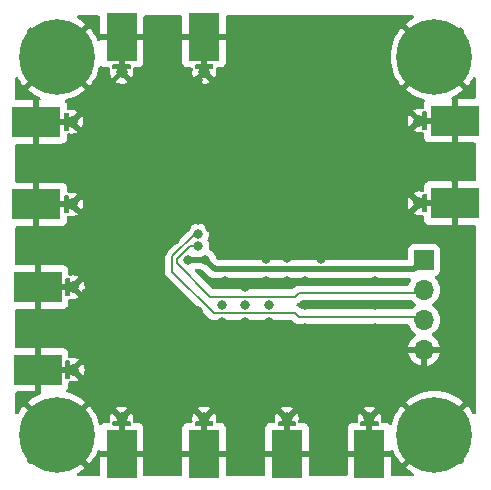
<source format=gbr>
%TF.GenerationSoftware,KiCad,Pcbnew,(6.0.7)*%
%TF.CreationDate,2022-08-03T12:25:37+01:00*%
%TF.ProjectId,Phase_Measurement_Board,50686173-655f-44d6-9561-737572656d65,rev?*%
%TF.SameCoordinates,Original*%
%TF.FileFunction,Copper,L4,Bot*%
%TF.FilePolarity,Positive*%
%FSLAX46Y46*%
G04 Gerber Fmt 4.6, Leading zero omitted, Abs format (unit mm)*
G04 Created by KiCad (PCBNEW (6.0.7)) date 2022-08-03 12:25:37*
%MOMM*%
%LPD*%
G01*
G04 APERTURE LIST*
%TA.AperFunction,ComponentPad*%
%ADD10C,0.800000*%
%TD*%
%TA.AperFunction,ComponentPad*%
%ADD11C,6.400000*%
%TD*%
%TA.AperFunction,SMDPad,CuDef*%
%ADD12R,2.665000X4.190000*%
%TD*%
%TA.AperFunction,ComponentPad*%
%ADD13C,0.970000*%
%TD*%
%TA.AperFunction,SMDPad,CuDef*%
%ADD14R,0.460000X0.890000*%
%TD*%
%TA.AperFunction,ComponentPad*%
%ADD15R,1.700000X1.700000*%
%TD*%
%TA.AperFunction,ComponentPad*%
%ADD16O,1.700000X1.700000*%
%TD*%
%TA.AperFunction,SMDPad,CuDef*%
%ADD17R,4.190000X2.665000*%
%TD*%
%TA.AperFunction,SMDPad,CuDef*%
%ADD18R,0.890000X0.460000*%
%TD*%
%TA.AperFunction,ViaPad*%
%ADD19C,0.800000*%
%TD*%
%TA.AperFunction,Conductor*%
%ADD20C,0.500000*%
%TD*%
%TA.AperFunction,Conductor*%
%ADD21C,0.200000*%
%TD*%
G04 APERTURE END LIST*
D10*
%TO.P,H2,1,1*%
%TO.N,GND*%
X229600000Y-33000000D03*
X230302944Y-31302944D03*
X232000000Y-35400000D03*
X233697056Y-34697056D03*
D11*
X232000000Y-33000000D03*
D10*
X233697056Y-31302944D03*
X230302944Y-34697056D03*
X234400000Y-33000000D03*
X232000000Y-30600000D03*
%TD*%
D12*
%TO.P,J3,2,Ext*%
%TO.N,GND*%
X205507500Y-66600000D03*
D13*
X205507500Y-63615000D03*
X212492500Y-63615000D03*
D14*
X205507500Y-64060000D03*
D12*
X212492500Y-66600000D03*
D14*
X212492500Y-64060000D03*
%TD*%
D10*
%TO.P,H1,1,1*%
%TO.N,GND*%
X198302944Y-31302944D03*
X201697056Y-34697056D03*
X200000000Y-35400000D03*
X198302944Y-34697056D03*
X200000000Y-30600000D03*
X202400000Y-33000000D03*
D11*
X200000000Y-33000000D03*
D10*
X197600000Y-33000000D03*
X201697056Y-31302944D03*
%TD*%
D13*
%TO.P,J1,2,Ext*%
%TO.N,GND*%
X205507500Y-34285000D03*
D12*
X205507500Y-31300000D03*
D14*
X212492500Y-33840000D03*
X205507500Y-33840000D03*
D13*
X212492500Y-34285000D03*
D12*
X212492500Y-31300000D03*
%TD*%
D10*
%TO.P,H3,1,1*%
%TO.N,GND*%
X201697056Y-63302944D03*
X202400000Y-65000000D03*
X198302944Y-63302944D03*
X201697056Y-66697056D03*
D11*
X200000000Y-65000000D03*
D10*
X198302944Y-66697056D03*
X200000000Y-62600000D03*
X197600000Y-65000000D03*
X200000000Y-67400000D03*
%TD*%
D15*
%TO.P,J7,1,Pin_1*%
%TO.N,+3V3*%
X231106673Y-50200000D03*
D16*
%TO.P,J7,2,Pin_2*%
%TO.N,VC2*%
X231106673Y-52740000D03*
%TO.P,J7,3,Pin_3*%
%TO.N,VC1*%
X231106673Y-55280000D03*
%TO.P,J7,4,Pin_4*%
%TO.N,GND*%
X231106673Y-57820000D03*
%TD*%
D17*
%TO.P,J6,2,Ext*%
%TO.N,GND*%
X233700000Y-45392500D03*
X233700000Y-38407500D03*
D18*
X231160000Y-45392500D03*
X231160000Y-38407500D03*
D13*
X230715000Y-45392500D03*
X230715000Y-38407500D03*
%TD*%
D14*
%TO.P,J4,2,Ext*%
%TO.N,GND*%
X219507500Y-64060000D03*
D13*
X226492500Y-63615000D03*
X219507500Y-63615000D03*
D12*
X219507500Y-66600000D03*
D14*
X226492500Y-64060000D03*
D12*
X226492500Y-66600000D03*
%TD*%
D10*
%TO.P,H4,1,1*%
%TO.N,GND*%
X233697056Y-63302944D03*
X229600000Y-65000000D03*
X232000000Y-62600000D03*
X230302944Y-66697056D03*
X234400000Y-65000000D03*
X232000000Y-67400000D03*
D11*
X232000000Y-65000000D03*
D10*
X233697056Y-66697056D03*
X230302944Y-63302944D03*
%TD*%
D17*
%TO.P,J2,2,Ext*%
%TO.N,GND*%
X198300000Y-38507500D03*
D13*
X201285000Y-38507500D03*
X201285000Y-45492500D03*
D18*
X200840000Y-45492500D03*
X200840000Y-38507500D03*
D17*
X198300000Y-45492500D03*
%TD*%
%TO.P,J5,2,Ext*%
%TO.N,GND*%
X198400000Y-52507500D03*
X198400000Y-59492500D03*
D18*
X200940000Y-52507500D03*
D13*
X201385000Y-52507500D03*
X201385000Y-59492500D03*
D18*
X200940000Y-59492500D03*
%TD*%
D19*
%TO.N,GND*%
X227000000Y-40000000D03*
X226000000Y-43500000D03*
X226900000Y-42600000D03*
X228400000Y-44100000D03*
X230800000Y-42900000D03*
X230800000Y-40900000D03*
X202200000Y-56300000D03*
X210000000Y-34300000D03*
X208000000Y-34300000D03*
X227000000Y-54000000D03*
X221000000Y-54000000D03*
X216000000Y-64000000D03*
X216000000Y-66500000D03*
X233000000Y-50000000D03*
X233000000Y-58000000D03*
X233000000Y-60000000D03*
X233500000Y-54000000D03*
X233000000Y-48000000D03*
X227000000Y-48000000D03*
X224000000Y-48000000D03*
X227000000Y-36000000D03*
X227000000Y-32000000D03*
X221000000Y-32000000D03*
X215000000Y-32000000D03*
X221000000Y-40000000D03*
X221000000Y-36000000D03*
X203000000Y-36000000D03*
X203000000Y-40000000D03*
X209000000Y-44000000D03*
X203000000Y-44000000D03*
X203000000Y-48000000D03*
X212000000Y-54500000D03*
X211000000Y-54500000D03*
X209000000Y-52000000D03*
X203000000Y-60000000D03*
X209000000Y-56000000D03*
X225000000Y-44500000D03*
X228000000Y-41500000D03*
X212000000Y-40000000D03*
X208000000Y-40000000D03*
X210000000Y-35500000D03*
X208000000Y-35500000D03*
X220300000Y-45800000D03*
X221400000Y-45800000D03*
X219000000Y-43500000D03*
X219900000Y-44400000D03*
X221400000Y-42900000D03*
X220500000Y-42000000D03*
X222400000Y-43700000D03*
X225000000Y-46800000D03*
X226300000Y-46200000D03*
X227300000Y-45200000D03*
X229500000Y-43000000D03*
X229500000Y-40900000D03*
X220000000Y-41000000D03*
X219500000Y-39500000D03*
X218000000Y-42300000D03*
X218000000Y-41000000D03*
X218000000Y-39000000D03*
X218000000Y-37000000D03*
X217500000Y-35500000D03*
X216000000Y-35000000D03*
X214000000Y-35500000D03*
X212000000Y-35000000D03*
X208000000Y-37000000D03*
X208000000Y-38500000D03*
X216500000Y-40500000D03*
X214000000Y-39000000D03*
X210000000Y-39000000D03*
X214000000Y-37000000D03*
X210000000Y-37000000D03*
X216000000Y-38500000D03*
X212000000Y-38500000D03*
X216000000Y-37000000D03*
X212000000Y-37000000D03*
X223550000Y-44600000D03*
X223550000Y-46900000D03*
X222600000Y-49000000D03*
X222600000Y-47700000D03*
X220400000Y-47700000D03*
X219500000Y-52000000D03*
X221000000Y-52000000D03*
X222400000Y-50100000D03*
X220400000Y-49000000D03*
X219500000Y-50000000D03*
X227000000Y-60000000D03*
X227000000Y-52000000D03*
X227000000Y-56000000D03*
X221000000Y-56000000D03*
%TO.N,+3V3*%
X212600000Y-50200000D03*
X211100000Y-50200000D03*
%TO.N,GND*%
X217700000Y-50100000D03*
X216000000Y-54000000D03*
X218000000Y-62000000D03*
X220000000Y-57800000D03*
X210000000Y-58500000D03*
X214000000Y-48500000D03*
X205500000Y-43000000D03*
X206500000Y-49000000D03*
X211500000Y-43000000D03*
X205500000Y-50000000D03*
X204000000Y-41000000D03*
X217000000Y-45500000D03*
X216000000Y-55500000D03*
X205500000Y-41000000D03*
X214000000Y-57000000D03*
X216000000Y-44500000D03*
X209000000Y-49500000D03*
X216000000Y-52500000D03*
X216000000Y-61500000D03*
X220000000Y-61500000D03*
X210000000Y-62000000D03*
X212000000Y-59800000D03*
X204000000Y-43000000D03*
X208000000Y-50500000D03*
X224000000Y-62000000D03*
X210000000Y-48500000D03*
X201300000Y-57000000D03*
X207000000Y-41000000D03*
X212000000Y-44800000D03*
X208500000Y-43000000D03*
X214000000Y-54000000D03*
X211000000Y-47500000D03*
X216000000Y-57000000D03*
X217700000Y-52000000D03*
X203500000Y-52000000D03*
X206000000Y-52500000D03*
X223500000Y-60500000D03*
X202500000Y-41000000D03*
X222000000Y-58500000D03*
X208000000Y-62000000D03*
X213000000Y-47500000D03*
X222000000Y-60000000D03*
X215000000Y-43500000D03*
X222000000Y-63600000D03*
X224000000Y-63600000D03*
X210000000Y-43000000D03*
X205000000Y-53500000D03*
X202500000Y-43000000D03*
X213000000Y-41500000D03*
X218000000Y-46500000D03*
X213500000Y-45000000D03*
X210000000Y-60000000D03*
X204500000Y-51000000D03*
X214000000Y-58500000D03*
X207000000Y-43000000D03*
X220000000Y-59800000D03*
X212500000Y-44000000D03*
X218000000Y-58500000D03*
X207500000Y-48000000D03*
X216000000Y-49250000D03*
X204000000Y-54500000D03*
X214000000Y-62000000D03*
X211500000Y-41000000D03*
X218000000Y-54000000D03*
X207000000Y-51500000D03*
X216000000Y-58500000D03*
X212000000Y-61500000D03*
X218000000Y-60000000D03*
X212000000Y-57800000D03*
X208500000Y-41000000D03*
X215500000Y-47000000D03*
X208500000Y-60500000D03*
X203000000Y-55500000D03*
X209500000Y-46000000D03*
X202500000Y-53000000D03*
X218000000Y-57000000D03*
X201100000Y-54500000D03*
X210000000Y-63600000D03*
X214300000Y-52000000D03*
X201300000Y-41000000D03*
X208000000Y-63600000D03*
X210000000Y-41000000D03*
X201300000Y-43000000D03*
X222000000Y-62000000D03*
X212000000Y-46800000D03*
X218000000Y-49000000D03*
X214500000Y-46000000D03*
X214000000Y-55500000D03*
X208500000Y-47000000D03*
X214000000Y-42500000D03*
X210500000Y-45000000D03*
X218000000Y-48000000D03*
X216000000Y-48000000D03*
X214000000Y-60000000D03*
X216000000Y-60000000D03*
X218000000Y-55500000D03*
%TO.N,VC1*%
X212000000Y-48000000D03*
%TO.N,VC2*%
X212000000Y-49000000D03*
%TD*%
D20*
%TO.N,+3V3*%
X211100000Y-50200000D02*
X212600000Y-50200000D01*
X212600000Y-50200000D02*
X213400000Y-51000000D01*
X213400000Y-51000000D02*
X230306673Y-51000000D01*
X230306673Y-51000000D02*
X231106673Y-50200000D01*
D21*
%TO.N,VC1*%
X212000000Y-48000000D02*
X211700000Y-48000000D01*
X211700000Y-48000000D02*
X209800000Y-49900000D01*
X209800000Y-49900000D02*
X209800000Y-51200000D01*
X220500000Y-55000000D02*
X230826673Y-55000000D01*
X209800000Y-51200000D02*
X213300000Y-54700000D01*
X213300000Y-54700000D02*
X220200000Y-54700000D01*
X220200000Y-54700000D02*
X220500000Y-55000000D01*
X230826673Y-55000000D02*
X231106673Y-55280000D01*
%TO.N,VC2*%
X212000000Y-49000000D02*
X211300000Y-49000000D01*
X211300000Y-49000000D02*
X210200000Y-50100000D01*
X213000000Y-53300000D02*
X220200000Y-53300000D01*
X210200000Y-50100000D02*
X210200000Y-50500000D01*
X230846673Y-53000000D02*
X231106673Y-52740000D01*
X210200000Y-50500000D02*
X213000000Y-53300000D01*
X220500000Y-53000000D02*
X230846673Y-53000000D01*
X220200000Y-53300000D02*
X220500000Y-53000000D01*
%TD*%
%TA.AperFunction,Conductor*%
%TO.N,GND*%
G36*
X203609121Y-29528502D02*
G01*
X203655614Y-29582158D01*
X203667000Y-29634500D01*
X203667001Y-31027885D01*
X203671476Y-31043124D01*
X203672866Y-31044329D01*
X203680549Y-31046000D01*
X207329884Y-31046000D01*
X207345123Y-31041525D01*
X207346328Y-31040135D01*
X207347999Y-31032452D01*
X207347999Y-29634500D01*
X207368001Y-29566379D01*
X207421657Y-29519886D01*
X207473999Y-29508500D01*
X210526000Y-29508500D01*
X210594121Y-29528502D01*
X210640614Y-29582158D01*
X210652000Y-29634500D01*
X210652000Y-31027885D01*
X210656475Y-31043124D01*
X210657865Y-31044329D01*
X210665548Y-31046000D01*
X214314884Y-31046000D01*
X214330123Y-31041525D01*
X214331328Y-31040135D01*
X214332999Y-31032452D01*
X214332999Y-29634500D01*
X214353001Y-29566379D01*
X214406657Y-29519886D01*
X214458999Y-29508500D01*
X230160055Y-29508500D01*
X230228176Y-29528502D01*
X230274669Y-29582158D01*
X230284773Y-29652432D01*
X230255279Y-29717012D01*
X230217258Y-29746767D01*
X230146397Y-29782872D01*
X230140687Y-29786169D01*
X229820265Y-29994253D01*
X229814939Y-29998123D01*
X229576165Y-30191478D01*
X229567700Y-30203733D01*
X229574034Y-30214824D01*
X234784310Y-35425100D01*
X234797386Y-35432241D01*
X234807753Y-35424784D01*
X235001877Y-35185061D01*
X235005747Y-35179735D01*
X235213831Y-34859313D01*
X235217128Y-34853603D01*
X235253233Y-34782742D01*
X235301981Y-34731127D01*
X235370896Y-34714061D01*
X235438098Y-34736962D01*
X235482250Y-34792559D01*
X235491500Y-34839945D01*
X235491500Y-36441000D01*
X235471498Y-36509121D01*
X235417842Y-36555614D01*
X235365500Y-36567000D01*
X233972115Y-36567001D01*
X233956876Y-36571476D01*
X233955671Y-36572866D01*
X233954000Y-36580549D01*
X233954000Y-40229884D01*
X233958475Y-40245123D01*
X233959865Y-40246328D01*
X233967548Y-40247999D01*
X235365500Y-40247999D01*
X235433621Y-40268001D01*
X235480114Y-40321657D01*
X235491500Y-40373999D01*
X235491500Y-43426000D01*
X235471498Y-43494121D01*
X235417842Y-43540614D01*
X235365500Y-43552000D01*
X233972115Y-43552000D01*
X233956876Y-43556475D01*
X233955671Y-43557865D01*
X233954000Y-43565548D01*
X233954000Y-47214884D01*
X233958475Y-47230123D01*
X233959865Y-47231328D01*
X233967548Y-47232999D01*
X235365500Y-47232999D01*
X235433621Y-47253001D01*
X235480114Y-47306657D01*
X235491500Y-47358999D01*
X235491500Y-63160055D01*
X235471498Y-63228176D01*
X235417842Y-63274669D01*
X235347568Y-63284773D01*
X235282988Y-63255279D01*
X235253233Y-63217258D01*
X235217128Y-63146397D01*
X235213831Y-63140687D01*
X235005747Y-62820265D01*
X235001877Y-62814939D01*
X234808522Y-62576165D01*
X234796267Y-62567700D01*
X234785176Y-62574034D01*
X229574900Y-67784310D01*
X229567759Y-67797386D01*
X229575216Y-67807753D01*
X229814935Y-68001874D01*
X229820272Y-68005751D01*
X230140685Y-68213830D01*
X230146394Y-68217126D01*
X230217257Y-68253233D01*
X230268872Y-68301981D01*
X230285938Y-68370896D01*
X230263037Y-68438098D01*
X230207440Y-68482250D01*
X230160054Y-68491500D01*
X228459000Y-68491500D01*
X228390879Y-68471498D01*
X228344386Y-68417842D01*
X228333000Y-68365500D01*
X228332999Y-66872115D01*
X228328524Y-66856876D01*
X228327134Y-66855671D01*
X228319451Y-66854000D01*
X224670116Y-66854000D01*
X224654877Y-66858475D01*
X224653672Y-66859865D01*
X224652001Y-66867548D01*
X224652001Y-68365500D01*
X224631999Y-68433621D01*
X224578343Y-68480114D01*
X224526001Y-68491500D01*
X221474000Y-68491500D01*
X221405879Y-68471498D01*
X221359386Y-68417842D01*
X221348000Y-68365500D01*
X221348000Y-66872115D01*
X221343525Y-66856876D01*
X221342135Y-66855671D01*
X221334452Y-66854000D01*
X217685116Y-66854000D01*
X217669877Y-66858475D01*
X217668672Y-66859865D01*
X217667001Y-66867548D01*
X217667001Y-68365500D01*
X217646999Y-68433621D01*
X217593343Y-68480114D01*
X217541001Y-68491500D01*
X214459000Y-68491500D01*
X214390879Y-68471498D01*
X214344386Y-68417842D01*
X214333000Y-68365500D01*
X214333000Y-66872115D01*
X214328525Y-66856876D01*
X214327135Y-66855671D01*
X214319452Y-66854000D01*
X210670116Y-66854000D01*
X210654877Y-66858475D01*
X210653672Y-66859865D01*
X210652001Y-66867548D01*
X210652001Y-68365500D01*
X210631999Y-68433621D01*
X210578343Y-68480114D01*
X210526001Y-68491500D01*
X207474000Y-68491500D01*
X207405879Y-68471498D01*
X207359386Y-68417842D01*
X207348000Y-68365500D01*
X207348000Y-66872115D01*
X207343525Y-66856876D01*
X207342135Y-66855671D01*
X207334452Y-66854000D01*
X203685115Y-66854000D01*
X203669876Y-66858475D01*
X203668671Y-66859865D01*
X203667000Y-66867548D01*
X203667001Y-68365500D01*
X203646999Y-68433621D01*
X203593343Y-68480114D01*
X203541001Y-68491500D01*
X201839946Y-68491500D01*
X201771825Y-68471498D01*
X201725332Y-68417842D01*
X201715228Y-68347568D01*
X201744722Y-68282988D01*
X201782743Y-68253233D01*
X201853606Y-68217126D01*
X201859315Y-68213830D01*
X202179728Y-68005751D01*
X202185065Y-68001874D01*
X202423835Y-67808522D01*
X202432300Y-67796267D01*
X202425966Y-67785176D01*
X199641922Y-65001132D01*
X200364408Y-65001132D01*
X200364539Y-65002965D01*
X200368790Y-65009580D01*
X202784310Y-67425100D01*
X202797386Y-67432241D01*
X202807753Y-67424784D01*
X203001877Y-67185061D01*
X203005747Y-67179735D01*
X203213831Y-66859313D01*
X203217128Y-66853603D01*
X203390578Y-66513189D01*
X203393260Y-66507164D01*
X203445576Y-66370877D01*
X203488662Y-66314448D01*
X203555415Y-66290272D01*
X203624642Y-66306023D01*
X203645720Y-66320807D01*
X203672865Y-66344329D01*
X203680548Y-66346000D01*
X205235385Y-66346000D01*
X205250624Y-66341525D01*
X205251829Y-66340135D01*
X205253500Y-66332452D01*
X205253500Y-64308115D01*
X205249025Y-64292876D01*
X205247635Y-64291671D01*
X205239952Y-64290000D01*
X204855500Y-64290000D01*
X204787379Y-64269998D01*
X204740886Y-64216342D01*
X204729500Y-64164000D01*
X204729500Y-63956000D01*
X204749502Y-63887879D01*
X204803158Y-63841386D01*
X204855500Y-63830000D01*
X205345175Y-63830000D01*
X205354449Y-63827277D01*
X205659013Y-63827277D01*
X205666314Y-63830000D01*
X206159500Y-63830000D01*
X206227621Y-63850002D01*
X206274114Y-63903658D01*
X206285500Y-63956000D01*
X206285500Y-64164000D01*
X206265498Y-64232121D01*
X206211842Y-64278614D01*
X206159500Y-64290000D01*
X205779615Y-64290000D01*
X205764376Y-64294475D01*
X205763171Y-64295865D01*
X205761500Y-64303548D01*
X205761500Y-66327885D01*
X205765975Y-66343124D01*
X205767365Y-66344329D01*
X205775048Y-66346000D01*
X207329884Y-66346000D01*
X207345123Y-66341525D01*
X207346328Y-66340135D01*
X207347999Y-66332452D01*
X207347999Y-66327885D01*
X210652000Y-66327885D01*
X210656475Y-66343124D01*
X210657865Y-66344329D01*
X210665548Y-66346000D01*
X212220385Y-66346000D01*
X212235624Y-66341525D01*
X212236829Y-66340135D01*
X212238500Y-66332452D01*
X212238500Y-64308115D01*
X212234025Y-64292876D01*
X212232635Y-64291671D01*
X212224952Y-64290000D01*
X211840500Y-64290000D01*
X211772379Y-64269998D01*
X211725886Y-64216342D01*
X211714500Y-64164000D01*
X211714500Y-63956000D01*
X211734502Y-63887879D01*
X211788158Y-63841386D01*
X211840500Y-63830000D01*
X212330175Y-63830000D01*
X212339449Y-63827277D01*
X212644013Y-63827277D01*
X212651314Y-63830000D01*
X213144500Y-63830000D01*
X213212621Y-63850002D01*
X213259114Y-63903658D01*
X213270500Y-63956000D01*
X213270500Y-64164000D01*
X213250498Y-64232121D01*
X213196842Y-64278614D01*
X213144500Y-64290000D01*
X212764615Y-64290000D01*
X212749376Y-64294475D01*
X212748171Y-64295865D01*
X212746500Y-64303548D01*
X212746500Y-66327885D01*
X212750975Y-66343124D01*
X212752365Y-66344329D01*
X212760048Y-66346000D01*
X214314884Y-66346000D01*
X214330123Y-66341525D01*
X214331328Y-66340135D01*
X214332999Y-66332452D01*
X214332999Y-66327885D01*
X217667000Y-66327885D01*
X217671475Y-66343124D01*
X217672865Y-66344329D01*
X217680548Y-66346000D01*
X219235385Y-66346000D01*
X219250624Y-66341525D01*
X219251829Y-66340135D01*
X219253500Y-66332452D01*
X219253500Y-64308115D01*
X219249025Y-64292876D01*
X219247635Y-64291671D01*
X219239952Y-64290000D01*
X218855500Y-64290000D01*
X218787379Y-64269998D01*
X218740886Y-64216342D01*
X218729500Y-64164000D01*
X218729500Y-63956000D01*
X218749502Y-63887879D01*
X218803158Y-63841386D01*
X218855500Y-63830000D01*
X219345175Y-63830000D01*
X219354449Y-63827277D01*
X219659013Y-63827277D01*
X219666314Y-63830000D01*
X220159500Y-63830000D01*
X220227621Y-63850002D01*
X220274114Y-63903658D01*
X220285500Y-63956000D01*
X220285500Y-64164000D01*
X220265498Y-64232121D01*
X220211842Y-64278614D01*
X220159500Y-64290000D01*
X219779615Y-64290000D01*
X219764376Y-64294475D01*
X219763171Y-64295865D01*
X219761500Y-64303548D01*
X219761500Y-66327885D01*
X219765975Y-66343124D01*
X219767365Y-66344329D01*
X219775048Y-66346000D01*
X221329884Y-66346000D01*
X221345123Y-66341525D01*
X221346328Y-66340135D01*
X221347999Y-66332452D01*
X221347999Y-66327885D01*
X224652000Y-66327885D01*
X224656475Y-66343124D01*
X224657865Y-66344329D01*
X224665548Y-66346000D01*
X226220385Y-66346000D01*
X226235624Y-66341525D01*
X226236829Y-66340135D01*
X226238500Y-66332452D01*
X226238500Y-64308115D01*
X226234025Y-64292876D01*
X226232635Y-64291671D01*
X226224952Y-64290000D01*
X225840500Y-64290000D01*
X225772379Y-64269998D01*
X225725886Y-64216342D01*
X225714500Y-64164000D01*
X225714500Y-63956000D01*
X225734502Y-63887879D01*
X225788158Y-63841386D01*
X225840500Y-63830000D01*
X226330175Y-63830000D01*
X226339449Y-63827277D01*
X226644013Y-63827277D01*
X226651314Y-63830000D01*
X227144500Y-63830000D01*
X227212621Y-63850002D01*
X227259114Y-63903658D01*
X227270500Y-63956000D01*
X227270500Y-64164000D01*
X227250498Y-64232121D01*
X227196842Y-64278614D01*
X227144500Y-64290000D01*
X226764615Y-64290000D01*
X226749376Y-64294475D01*
X226748171Y-64295865D01*
X226746500Y-64303548D01*
X226746500Y-66327885D01*
X226750975Y-66343124D01*
X226752365Y-66344329D01*
X226760048Y-66346000D01*
X228314884Y-66346000D01*
X228330123Y-66341525D01*
X228340184Y-66329914D01*
X228399910Y-66291530D01*
X228470907Y-66291530D01*
X228530633Y-66329913D01*
X228553040Y-66367271D01*
X228606743Y-66507170D01*
X228609422Y-66513189D01*
X228782872Y-66853603D01*
X228786169Y-66859313D01*
X228994253Y-67179735D01*
X228998123Y-67185061D01*
X229191478Y-67423835D01*
X229203733Y-67432300D01*
X229214824Y-67425966D01*
X231627978Y-65012812D01*
X231635592Y-64998868D01*
X231635461Y-64997035D01*
X231631210Y-64990420D01*
X229215690Y-62574900D01*
X229202614Y-62567759D01*
X229192247Y-62575216D01*
X228998123Y-62814939D01*
X228994253Y-62820265D01*
X228786169Y-63140687D01*
X228782872Y-63146397D01*
X228609422Y-63486811D01*
X228606740Y-63492836D01*
X228469829Y-63849502D01*
X228467788Y-63855785D01*
X228404240Y-64092945D01*
X228367288Y-64153568D01*
X228303427Y-64184589D01*
X228232933Y-64176161D01*
X228193438Y-64149429D01*
X228180724Y-64136715D01*
X228078649Y-64060214D01*
X228063054Y-64051676D01*
X227942606Y-64006522D01*
X227927351Y-64002895D01*
X227876486Y-63997369D01*
X227869672Y-63997000D01*
X227586165Y-63997000D01*
X227518044Y-63976998D01*
X227471551Y-63923342D01*
X227461447Y-63853068D01*
X227463296Y-63843084D01*
X227466282Y-63829940D01*
X227489473Y-63646364D01*
X227489965Y-63639335D01*
X227490256Y-63618505D01*
X227489963Y-63611512D01*
X227471903Y-63427325D01*
X227469520Y-63415290D01*
X227416798Y-63240665D01*
X227412123Y-63229324D01*
X227359972Y-63131241D01*
X227350110Y-63121158D01*
X227342984Y-63123726D01*
X226649522Y-63817188D01*
X226644013Y-63827277D01*
X226339449Y-63827277D01*
X226341200Y-63826763D01*
X226337962Y-63819672D01*
X225646666Y-63128376D01*
X225634286Y-63121616D01*
X225627898Y-63126398D01*
X225578354Y-63216516D01*
X225573517Y-63227801D01*
X225518361Y-63401675D01*
X225515813Y-63413664D01*
X225495479Y-63594943D01*
X225495308Y-63607212D01*
X225510571Y-63788982D01*
X225512786Y-63801047D01*
X225522886Y-63836271D01*
X225522435Y-63907266D01*
X225483673Y-63966747D01*
X225418907Y-63995830D01*
X225401767Y-63997001D01*
X225115331Y-63997001D01*
X225108510Y-63997371D01*
X225057648Y-64002895D01*
X225042396Y-64006521D01*
X224921946Y-64051676D01*
X224906351Y-64060214D01*
X224804276Y-64136715D01*
X224791715Y-64149276D01*
X224715214Y-64251351D01*
X224706676Y-64266946D01*
X224661522Y-64387394D01*
X224657895Y-64402649D01*
X224652369Y-64453514D01*
X224652000Y-64460328D01*
X224652000Y-66327885D01*
X221347999Y-66327885D01*
X221347999Y-64460331D01*
X221347629Y-64453510D01*
X221342105Y-64402648D01*
X221338479Y-64387396D01*
X221293324Y-64266946D01*
X221284786Y-64251351D01*
X221208285Y-64149276D01*
X221195724Y-64136715D01*
X221093649Y-64060214D01*
X221078054Y-64051676D01*
X220957606Y-64006522D01*
X220942351Y-64002895D01*
X220891486Y-63997369D01*
X220884672Y-63997000D01*
X220601165Y-63997000D01*
X220533044Y-63976998D01*
X220486551Y-63923342D01*
X220476447Y-63853068D01*
X220478296Y-63843084D01*
X220481282Y-63829940D01*
X220504473Y-63646364D01*
X220504965Y-63639335D01*
X220505256Y-63618505D01*
X220504963Y-63611512D01*
X220486903Y-63427325D01*
X220484520Y-63415290D01*
X220431798Y-63240665D01*
X220427123Y-63229324D01*
X220374972Y-63131241D01*
X220365110Y-63121158D01*
X220357984Y-63123726D01*
X219664522Y-63817188D01*
X219659013Y-63827277D01*
X219354449Y-63827277D01*
X219356200Y-63826763D01*
X219352962Y-63819672D01*
X218661666Y-63128376D01*
X218649286Y-63121616D01*
X218642898Y-63126398D01*
X218593354Y-63216516D01*
X218588517Y-63227801D01*
X218533361Y-63401675D01*
X218530813Y-63413664D01*
X218510479Y-63594943D01*
X218510308Y-63607212D01*
X218525571Y-63788982D01*
X218527786Y-63801047D01*
X218537886Y-63836271D01*
X218537435Y-63907266D01*
X218498673Y-63966747D01*
X218433907Y-63995830D01*
X218416767Y-63997001D01*
X218130331Y-63997001D01*
X218123510Y-63997371D01*
X218072648Y-64002895D01*
X218057396Y-64006521D01*
X217936946Y-64051676D01*
X217921351Y-64060214D01*
X217819276Y-64136715D01*
X217806715Y-64149276D01*
X217730214Y-64251351D01*
X217721676Y-64266946D01*
X217676522Y-64387394D01*
X217672895Y-64402649D01*
X217667369Y-64453514D01*
X217667000Y-64460328D01*
X217667000Y-66327885D01*
X214332999Y-66327885D01*
X214332999Y-64460331D01*
X214332629Y-64453510D01*
X214327105Y-64402648D01*
X214323479Y-64387396D01*
X214278324Y-64266946D01*
X214269786Y-64251351D01*
X214193285Y-64149276D01*
X214180724Y-64136715D01*
X214078649Y-64060214D01*
X214063054Y-64051676D01*
X213942606Y-64006522D01*
X213927351Y-64002895D01*
X213876486Y-63997369D01*
X213869672Y-63997000D01*
X213586165Y-63997000D01*
X213518044Y-63976998D01*
X213471551Y-63923342D01*
X213461447Y-63853068D01*
X213463296Y-63843084D01*
X213466282Y-63829940D01*
X213489473Y-63646364D01*
X213489965Y-63639335D01*
X213490256Y-63618505D01*
X213489963Y-63611512D01*
X213471903Y-63427325D01*
X213469520Y-63415290D01*
X213416798Y-63240665D01*
X213412123Y-63229324D01*
X213359972Y-63131241D01*
X213350110Y-63121158D01*
X213342984Y-63123726D01*
X212649522Y-63817188D01*
X212644013Y-63827277D01*
X212339449Y-63827277D01*
X212341200Y-63826763D01*
X212337962Y-63819672D01*
X211646666Y-63128376D01*
X211634286Y-63121616D01*
X211627898Y-63126398D01*
X211578354Y-63216516D01*
X211573517Y-63227801D01*
X211518361Y-63401675D01*
X211515813Y-63413664D01*
X211495479Y-63594943D01*
X211495308Y-63607212D01*
X211510571Y-63788982D01*
X211512786Y-63801047D01*
X211522886Y-63836271D01*
X211522435Y-63907266D01*
X211483673Y-63966747D01*
X211418907Y-63995830D01*
X211401767Y-63997001D01*
X211115331Y-63997001D01*
X211108510Y-63997371D01*
X211057648Y-64002895D01*
X211042396Y-64006521D01*
X210921946Y-64051676D01*
X210906351Y-64060214D01*
X210804276Y-64136715D01*
X210791715Y-64149276D01*
X210715214Y-64251351D01*
X210706676Y-64266946D01*
X210661522Y-64387394D01*
X210657895Y-64402649D01*
X210652369Y-64453514D01*
X210652000Y-64460328D01*
X210652000Y-66327885D01*
X207347999Y-66327885D01*
X207347999Y-64460331D01*
X207347629Y-64453510D01*
X207342105Y-64402648D01*
X207338479Y-64387396D01*
X207293324Y-64266946D01*
X207284786Y-64251351D01*
X207208285Y-64149276D01*
X207195724Y-64136715D01*
X207093649Y-64060214D01*
X207078054Y-64051676D01*
X206957606Y-64006522D01*
X206942351Y-64002895D01*
X206891486Y-63997369D01*
X206884672Y-63997000D01*
X206601165Y-63997000D01*
X206533044Y-63976998D01*
X206486551Y-63923342D01*
X206476447Y-63853068D01*
X206478296Y-63843084D01*
X206481282Y-63829940D01*
X206504473Y-63646364D01*
X206504965Y-63639335D01*
X206505256Y-63618505D01*
X206504963Y-63611512D01*
X206486903Y-63427325D01*
X206484520Y-63415290D01*
X206431798Y-63240665D01*
X206427123Y-63229324D01*
X206374972Y-63131241D01*
X206365110Y-63121158D01*
X206357984Y-63123726D01*
X205664522Y-63817188D01*
X205659013Y-63827277D01*
X205354449Y-63827277D01*
X205356200Y-63826763D01*
X205352962Y-63819672D01*
X204661666Y-63128376D01*
X204649286Y-63121616D01*
X204642898Y-63126398D01*
X204593354Y-63216516D01*
X204588517Y-63227801D01*
X204533361Y-63401675D01*
X204530813Y-63413664D01*
X204510479Y-63594943D01*
X204510308Y-63607212D01*
X204525571Y-63788982D01*
X204527786Y-63801047D01*
X204537886Y-63836271D01*
X204537435Y-63907266D01*
X204498673Y-63966747D01*
X204433907Y-63995830D01*
X204416767Y-63997001D01*
X204130331Y-63997001D01*
X204123510Y-63997371D01*
X204072648Y-64002895D01*
X204057396Y-64006521D01*
X203936946Y-64051676D01*
X203921351Y-64060214D01*
X203819276Y-64136715D01*
X203806562Y-64149429D01*
X203744250Y-64183455D01*
X203673435Y-64178390D01*
X203616599Y-64135843D01*
X203595760Y-64092945D01*
X203532212Y-63855785D01*
X203530171Y-63849502D01*
X203393260Y-63492836D01*
X203390578Y-63486811D01*
X203217128Y-63146397D01*
X203213831Y-63140687D01*
X203005747Y-62820265D01*
X203001877Y-62814939D01*
X202955134Y-62757216D01*
X205013434Y-62757216D01*
X205015889Y-62764179D01*
X205494688Y-63242978D01*
X205508632Y-63250592D01*
X205510465Y-63250461D01*
X205517080Y-63246210D01*
X205994266Y-62769024D01*
X206000714Y-62757216D01*
X211998434Y-62757216D01*
X212000889Y-62764179D01*
X212479688Y-63242978D01*
X212493632Y-63250592D01*
X212495465Y-63250461D01*
X212502080Y-63246210D01*
X212979266Y-62769024D01*
X212985714Y-62757216D01*
X219013434Y-62757216D01*
X219015889Y-62764179D01*
X219494688Y-63242978D01*
X219508632Y-63250592D01*
X219510465Y-63250461D01*
X219517080Y-63246210D01*
X219994266Y-62769024D01*
X220000714Y-62757216D01*
X225998434Y-62757216D01*
X226000889Y-62764179D01*
X226479688Y-63242978D01*
X226493632Y-63250592D01*
X226495465Y-63250461D01*
X226502080Y-63246210D01*
X226979266Y-62769024D01*
X226986026Y-62756644D01*
X226981367Y-62750421D01*
X226884583Y-62698090D01*
X226873278Y-62693338D01*
X226699024Y-62639397D01*
X226687011Y-62636931D01*
X226505594Y-62617863D01*
X226493326Y-62617778D01*
X226311669Y-62634310D01*
X226299620Y-62636608D01*
X226124628Y-62688111D01*
X226113251Y-62692708D01*
X226008583Y-62747427D01*
X225998434Y-62757216D01*
X220000714Y-62757216D01*
X220001026Y-62756644D01*
X219996367Y-62750421D01*
X219899583Y-62698090D01*
X219888278Y-62693338D01*
X219714024Y-62639397D01*
X219702011Y-62636931D01*
X219520594Y-62617863D01*
X219508326Y-62617778D01*
X219326669Y-62634310D01*
X219314620Y-62636608D01*
X219139628Y-62688111D01*
X219128251Y-62692708D01*
X219023583Y-62747427D01*
X219013434Y-62757216D01*
X212985714Y-62757216D01*
X212986026Y-62756644D01*
X212981367Y-62750421D01*
X212884583Y-62698090D01*
X212873278Y-62693338D01*
X212699024Y-62639397D01*
X212687011Y-62636931D01*
X212505594Y-62617863D01*
X212493326Y-62617778D01*
X212311669Y-62634310D01*
X212299620Y-62636608D01*
X212124628Y-62688111D01*
X212113251Y-62692708D01*
X212008583Y-62747427D01*
X211998434Y-62757216D01*
X206000714Y-62757216D01*
X206001026Y-62756644D01*
X205996367Y-62750421D01*
X205899583Y-62698090D01*
X205888278Y-62693338D01*
X205714024Y-62639397D01*
X205702011Y-62636931D01*
X205520594Y-62617863D01*
X205508326Y-62617778D01*
X205326669Y-62634310D01*
X205314620Y-62636608D01*
X205139628Y-62688111D01*
X205128251Y-62692708D01*
X205023583Y-62747427D01*
X205013434Y-62757216D01*
X202955134Y-62757216D01*
X202808522Y-62576165D01*
X202796267Y-62567700D01*
X202785176Y-62574034D01*
X200372022Y-64987188D01*
X200364408Y-65001132D01*
X199641922Y-65001132D01*
X197215690Y-62574900D01*
X197202614Y-62567759D01*
X197192247Y-62575216D01*
X196998123Y-62814939D01*
X196994253Y-62820265D01*
X196786169Y-63140687D01*
X196782872Y-63146397D01*
X196746767Y-63217258D01*
X196698019Y-63268873D01*
X196629104Y-63285939D01*
X196561902Y-63263038D01*
X196517750Y-63207441D01*
X196508500Y-63160055D01*
X196508500Y-62203733D01*
X197567700Y-62203733D01*
X197574034Y-62214824D01*
X199987188Y-64627978D01*
X200001132Y-64635592D01*
X200002965Y-64635461D01*
X200009580Y-64631210D01*
X202425100Y-62215690D01*
X202431630Y-62203733D01*
X229567700Y-62203733D01*
X229574034Y-62214824D01*
X231987188Y-64627978D01*
X232001132Y-64635592D01*
X232002965Y-64635461D01*
X232009580Y-64631210D01*
X234425100Y-62215690D01*
X234432241Y-62202614D01*
X234424784Y-62192247D01*
X234185065Y-61998126D01*
X234179728Y-61994249D01*
X233859315Y-61786170D01*
X233853606Y-61782873D01*
X233513189Y-61609422D01*
X233507164Y-61606740D01*
X233150498Y-61469829D01*
X233144216Y-61467788D01*
X232775184Y-61368906D01*
X232768734Y-61367535D01*
X232391371Y-61307766D01*
X232384833Y-61307080D01*
X232003301Y-61287084D01*
X231996699Y-61287084D01*
X231615167Y-61307080D01*
X231608629Y-61307766D01*
X231231266Y-61367535D01*
X231224816Y-61368906D01*
X230855784Y-61467788D01*
X230849502Y-61469829D01*
X230492836Y-61606740D01*
X230486811Y-61609422D01*
X230146397Y-61782872D01*
X230140687Y-61786169D01*
X229820265Y-61994253D01*
X229814939Y-61998123D01*
X229576165Y-62191478D01*
X229567700Y-62203733D01*
X202431630Y-62203733D01*
X202432241Y-62202614D01*
X202424784Y-62192247D01*
X202185065Y-61998126D01*
X202179728Y-61994249D01*
X201859315Y-61786170D01*
X201853606Y-61782873D01*
X201513189Y-61609422D01*
X201507164Y-61606740D01*
X201150498Y-61469829D01*
X201144215Y-61467788D01*
X200907055Y-61404240D01*
X200846432Y-61367288D01*
X200815411Y-61303427D01*
X200823839Y-61232933D01*
X200850571Y-61193438D01*
X200863285Y-61180724D01*
X200939786Y-61078649D01*
X200948324Y-61063054D01*
X200993478Y-60942606D01*
X200997105Y-60927351D01*
X201002631Y-60876486D01*
X201003000Y-60869672D01*
X201003000Y-60585951D01*
X201023002Y-60517830D01*
X201076658Y-60471337D01*
X201146932Y-60461233D01*
X201158816Y-60463997D01*
X201158859Y-60463801D01*
X201176851Y-60467757D01*
X201357992Y-60489357D01*
X201370241Y-60489614D01*
X201552125Y-60475619D01*
X201564205Y-60473488D01*
X201739895Y-60424434D01*
X201751328Y-60420000D01*
X201869342Y-60360387D01*
X201879626Y-60350742D01*
X201877388Y-60344098D01*
X201182812Y-59649522D01*
X201172723Y-59644013D01*
X201170000Y-59651314D01*
X201170000Y-60144500D01*
X201149998Y-60212621D01*
X201096342Y-60259114D01*
X201044000Y-60270500D01*
X200836000Y-60270500D01*
X200767879Y-60250498D01*
X200721386Y-60196842D01*
X200710000Y-60144500D01*
X200710000Y-59764615D01*
X200705525Y-59749376D01*
X200704135Y-59748171D01*
X200696452Y-59746500D01*
X198672115Y-59746500D01*
X198656876Y-59750975D01*
X198655671Y-59752365D01*
X198654000Y-59760048D01*
X198654000Y-61314884D01*
X198658475Y-61330123D01*
X198670086Y-61340184D01*
X198708470Y-61399910D01*
X198708470Y-61470907D01*
X198670087Y-61530633D01*
X198632729Y-61553040D01*
X198492830Y-61606743D01*
X198486811Y-61609422D01*
X198146397Y-61782872D01*
X198140687Y-61786169D01*
X197820265Y-61994253D01*
X197814939Y-61998123D01*
X197576165Y-62191478D01*
X197567700Y-62203733D01*
X196508500Y-62203733D01*
X196508500Y-61459000D01*
X196528502Y-61390879D01*
X196582158Y-61344386D01*
X196634500Y-61333000D01*
X198127885Y-61332999D01*
X198143124Y-61328524D01*
X198144329Y-61327134D01*
X198146000Y-61319451D01*
X198146000Y-59493632D01*
X201749408Y-59493632D01*
X201749539Y-59495465D01*
X201753790Y-59502080D01*
X202230659Y-59978949D01*
X202243039Y-59985709D01*
X202249773Y-59980668D01*
X202293494Y-59903707D01*
X202298487Y-59892491D01*
X202356062Y-59719414D01*
X202358782Y-59707442D01*
X202381973Y-59523864D01*
X202382465Y-59516835D01*
X202382756Y-59496005D01*
X202382463Y-59489012D01*
X202364403Y-59304825D01*
X202362020Y-59292790D01*
X202309298Y-59118165D01*
X202304623Y-59106824D01*
X202252472Y-59008741D01*
X202242610Y-58998658D01*
X202235484Y-59001226D01*
X201757022Y-59479688D01*
X201749408Y-59493632D01*
X198146000Y-59493632D01*
X198146000Y-59220385D01*
X198654000Y-59220385D01*
X198658475Y-59235624D01*
X198659865Y-59236829D01*
X198667548Y-59238500D01*
X200691885Y-59238500D01*
X200707124Y-59234025D01*
X200708329Y-59232635D01*
X200710000Y-59224952D01*
X200710000Y-58840500D01*
X200730002Y-58772379D01*
X200783658Y-58725886D01*
X200836000Y-58714500D01*
X201044000Y-58714500D01*
X201112121Y-58734502D01*
X201158614Y-58788158D01*
X201170000Y-58840500D01*
X201170000Y-59330175D01*
X201173237Y-59341200D01*
X201180328Y-59337962D01*
X201871766Y-58646524D01*
X201878526Y-58634144D01*
X201873867Y-58627921D01*
X201777083Y-58575590D01*
X201765778Y-58570838D01*
X201591524Y-58516897D01*
X201579511Y-58514431D01*
X201398094Y-58495363D01*
X201385826Y-58495278D01*
X201204169Y-58511810D01*
X201192114Y-58514110D01*
X201164575Y-58522215D01*
X201093579Y-58522261D01*
X201033828Y-58483916D01*
X201004293Y-58419354D01*
X201002999Y-58401342D01*
X201002999Y-58115331D01*
X201002629Y-58108510D01*
X201000398Y-58087966D01*
X229774930Y-58087966D01*
X229805238Y-58222446D01*
X229808318Y-58232275D01*
X229888443Y-58429603D01*
X229893086Y-58438794D01*
X230004367Y-58620388D01*
X230010450Y-58628699D01*
X230149886Y-58789667D01*
X230157253Y-58796883D01*
X230321107Y-58932916D01*
X230329554Y-58938831D01*
X230513429Y-59046279D01*
X230522715Y-59050729D01*
X230721674Y-59126703D01*
X230731572Y-59129579D01*
X230834923Y-59150606D01*
X230848972Y-59149410D01*
X230852673Y-59139065D01*
X230852673Y-59138517D01*
X231360673Y-59138517D01*
X231364737Y-59152359D01*
X231378151Y-59154393D01*
X231384857Y-59153534D01*
X231394935Y-59151392D01*
X231598928Y-59090191D01*
X231608515Y-59086433D01*
X231799768Y-58992739D01*
X231808618Y-58987464D01*
X231982001Y-58863792D01*
X231989873Y-58857139D01*
X232140725Y-58706812D01*
X232147403Y-58698965D01*
X232271676Y-58526020D01*
X232276986Y-58517183D01*
X232371343Y-58326267D01*
X232375142Y-58316672D01*
X232437050Y-58112910D01*
X232439228Y-58102837D01*
X232440659Y-58091962D01*
X232438448Y-58077778D01*
X232425290Y-58074000D01*
X231378788Y-58074000D01*
X231363549Y-58078475D01*
X231362344Y-58079865D01*
X231360673Y-58087548D01*
X231360673Y-59138517D01*
X230852673Y-59138517D01*
X230852673Y-58092115D01*
X230848198Y-58076876D01*
X230846808Y-58075671D01*
X230839125Y-58074000D01*
X229789898Y-58074000D01*
X229776367Y-58077973D01*
X229774930Y-58087966D01*
X201000398Y-58087966D01*
X200997105Y-58057648D01*
X200993479Y-58042396D01*
X200948324Y-57921946D01*
X200939786Y-57906351D01*
X200863285Y-57804276D01*
X200850724Y-57791715D01*
X200748649Y-57715214D01*
X200733054Y-57706676D01*
X200612606Y-57661522D01*
X200597351Y-57657895D01*
X200546486Y-57652369D01*
X200539672Y-57652000D01*
X198672115Y-57652000D01*
X198656876Y-57656475D01*
X198655671Y-57657865D01*
X198654000Y-57665548D01*
X198654000Y-59220385D01*
X198146000Y-59220385D01*
X198146000Y-57670116D01*
X198141525Y-57654877D01*
X198140135Y-57653672D01*
X198132452Y-57652001D01*
X196634500Y-57652001D01*
X196566379Y-57631999D01*
X196519886Y-57578343D01*
X196508500Y-57526001D01*
X196508500Y-54474000D01*
X196528502Y-54405879D01*
X196582158Y-54359386D01*
X196634500Y-54348000D01*
X198127885Y-54348000D01*
X198143124Y-54343525D01*
X198144329Y-54342135D01*
X198146000Y-54334452D01*
X198146000Y-54329884D01*
X198654000Y-54329884D01*
X198658475Y-54345123D01*
X198659865Y-54346328D01*
X198667548Y-54347999D01*
X200539669Y-54347999D01*
X200546490Y-54347629D01*
X200597352Y-54342105D01*
X200612604Y-54338479D01*
X200733054Y-54293324D01*
X200748649Y-54284786D01*
X200850724Y-54208285D01*
X200863285Y-54195724D01*
X200939786Y-54093649D01*
X200948324Y-54078054D01*
X200993478Y-53957606D01*
X200997105Y-53942351D01*
X201002631Y-53891486D01*
X201003000Y-53884672D01*
X201003000Y-53600951D01*
X201023002Y-53532830D01*
X201076658Y-53486337D01*
X201146932Y-53476233D01*
X201158816Y-53478997D01*
X201158859Y-53478801D01*
X201176851Y-53482757D01*
X201357992Y-53504357D01*
X201370241Y-53504614D01*
X201552125Y-53490619D01*
X201564205Y-53488488D01*
X201739895Y-53439434D01*
X201751328Y-53435000D01*
X201869342Y-53375387D01*
X201879626Y-53365742D01*
X201877388Y-53359098D01*
X201182812Y-52664522D01*
X201172723Y-52659013D01*
X201170000Y-52666314D01*
X201170000Y-53159500D01*
X201149998Y-53227621D01*
X201096342Y-53274114D01*
X201044000Y-53285500D01*
X200836000Y-53285500D01*
X200767879Y-53265498D01*
X200721386Y-53211842D01*
X200710000Y-53159500D01*
X200710000Y-52779615D01*
X200705525Y-52764376D01*
X200704135Y-52763171D01*
X200696452Y-52761500D01*
X198672115Y-52761500D01*
X198656876Y-52765975D01*
X198655671Y-52767365D01*
X198654000Y-52775048D01*
X198654000Y-54329884D01*
X198146000Y-54329884D01*
X198146000Y-52508632D01*
X201749408Y-52508632D01*
X201749539Y-52510465D01*
X201753790Y-52517080D01*
X202230659Y-52993949D01*
X202243039Y-53000709D01*
X202249773Y-52995668D01*
X202293494Y-52918707D01*
X202298487Y-52907491D01*
X202356062Y-52734414D01*
X202358782Y-52722442D01*
X202381973Y-52538864D01*
X202382465Y-52531835D01*
X202382756Y-52511005D01*
X202382463Y-52504012D01*
X202364403Y-52319825D01*
X202362020Y-52307790D01*
X202309298Y-52133165D01*
X202304623Y-52121824D01*
X202252472Y-52023741D01*
X202242610Y-52013658D01*
X202235484Y-52016226D01*
X201757022Y-52494688D01*
X201749408Y-52508632D01*
X198146000Y-52508632D01*
X198146000Y-52235385D01*
X198654000Y-52235385D01*
X198658475Y-52250624D01*
X198659865Y-52251829D01*
X198667548Y-52253500D01*
X200691885Y-52253500D01*
X200707124Y-52249025D01*
X200708329Y-52247635D01*
X200710000Y-52239952D01*
X200710000Y-51855500D01*
X200730002Y-51787379D01*
X200783658Y-51740886D01*
X200836000Y-51729500D01*
X201044000Y-51729500D01*
X201112121Y-51749502D01*
X201158614Y-51803158D01*
X201170000Y-51855500D01*
X201170000Y-52345175D01*
X201173237Y-52356200D01*
X201180328Y-52352962D01*
X201871766Y-51661524D01*
X201878526Y-51649144D01*
X201873867Y-51642921D01*
X201777083Y-51590590D01*
X201765778Y-51585838D01*
X201591524Y-51531897D01*
X201579511Y-51529431D01*
X201398094Y-51510363D01*
X201385826Y-51510278D01*
X201204169Y-51526810D01*
X201192114Y-51529110D01*
X201164575Y-51537215D01*
X201093579Y-51537261D01*
X201033828Y-51498916D01*
X201004293Y-51434354D01*
X201002999Y-51416342D01*
X201002999Y-51200000D01*
X209186250Y-51200000D01*
X209191500Y-51239880D01*
X209191500Y-51239885D01*
X209200008Y-51304510D01*
X209207162Y-51358851D01*
X209268476Y-51506876D01*
X209273503Y-51513427D01*
X209273504Y-51513429D01*
X209341520Y-51602069D01*
X209341526Y-51602075D01*
X209366013Y-51633987D01*
X209372568Y-51639017D01*
X209391379Y-51653452D01*
X209403770Y-51664319D01*
X212835685Y-55096234D01*
X212846552Y-55108625D01*
X212866013Y-55133987D01*
X212872563Y-55139013D01*
X212897925Y-55158474D01*
X212897928Y-55158477D01*
X212967318Y-55211722D01*
X212986570Y-55226495D01*
X212986574Y-55226497D01*
X212993125Y-55231524D01*
X213141150Y-55292838D01*
X213260115Y-55308500D01*
X213260120Y-55308500D01*
X213260129Y-55308501D01*
X213291812Y-55312672D01*
X213300000Y-55313750D01*
X213331693Y-55309578D01*
X213348136Y-55308500D01*
X219895761Y-55308500D01*
X219963882Y-55328502D01*
X219984856Y-55345405D01*
X220035685Y-55396234D01*
X220046552Y-55408625D01*
X220066013Y-55433987D01*
X220097925Y-55458474D01*
X220097928Y-55458477D01*
X220193124Y-55531524D01*
X220341149Y-55592838D01*
X220349336Y-55593916D01*
X220349337Y-55593916D01*
X220360542Y-55595391D01*
X220391738Y-55599498D01*
X220460115Y-55608500D01*
X220460118Y-55608500D01*
X220460126Y-55608501D01*
X220491811Y-55612672D01*
X220500000Y-55613750D01*
X220531693Y-55609578D01*
X220548136Y-55608500D01*
X229688982Y-55608500D01*
X229757103Y-55628502D01*
X229803596Y-55682158D01*
X229805723Y-55687709D01*
X229805895Y-55687639D01*
X229889939Y-55894616D01*
X230006660Y-56085088D01*
X230152923Y-56253938D01*
X230324799Y-56396632D01*
X230398628Y-56439774D01*
X230447352Y-56491412D01*
X230460423Y-56561195D01*
X230433692Y-56626967D01*
X230393235Y-56660327D01*
X230385130Y-56664546D01*
X230376411Y-56670036D01*
X230206106Y-56797905D01*
X230198399Y-56804748D01*
X230051263Y-56958717D01*
X230044777Y-56966727D01*
X229924771Y-57142649D01*
X229919673Y-57151623D01*
X229830011Y-57344783D01*
X229826448Y-57354470D01*
X229771062Y-57554183D01*
X229772585Y-57562607D01*
X229784965Y-57566000D01*
X232425017Y-57566000D01*
X232438548Y-57562027D01*
X232439853Y-57552947D01*
X232397887Y-57385875D01*
X232394567Y-57376124D01*
X232309645Y-57180814D01*
X232304778Y-57171739D01*
X232189099Y-56992926D01*
X232182809Y-56984757D01*
X232039479Y-56827240D01*
X232031946Y-56820215D01*
X231864812Y-56688222D01*
X231856229Y-56682520D01*
X231819275Y-56662120D01*
X231769304Y-56611687D01*
X231754532Y-56542245D01*
X231779648Y-56475839D01*
X231807000Y-56449232D01*
X231830470Y-56432491D01*
X231986533Y-56321173D01*
X232144769Y-56163489D01*
X232204267Y-56080689D01*
X232272108Y-55986277D01*
X232275126Y-55982077D01*
X232374103Y-55781811D01*
X232439043Y-55568069D01*
X232468202Y-55346590D01*
X232468644Y-55328502D01*
X232469747Y-55283365D01*
X232469747Y-55283361D01*
X232469829Y-55280000D01*
X232451525Y-55057361D01*
X232397104Y-54840702D01*
X232308027Y-54635840D01*
X232186687Y-54448277D01*
X232036343Y-54283051D01*
X232032292Y-54279852D01*
X232032288Y-54279848D01*
X231865087Y-54147800D01*
X231865083Y-54147798D01*
X231861032Y-54144598D01*
X231819726Y-54121796D01*
X231769757Y-54071364D01*
X231754985Y-54001921D01*
X231780101Y-53935516D01*
X231807453Y-53908909D01*
X231851276Y-53877650D01*
X231986533Y-53781173D01*
X232009309Y-53758477D01*
X232141108Y-53627137D01*
X232144769Y-53623489D01*
X232275126Y-53442077D01*
X232374103Y-53241811D01*
X232439043Y-53028069D01*
X232468202Y-52806590D01*
X232468973Y-52775048D01*
X232469747Y-52743365D01*
X232469747Y-52743361D01*
X232469829Y-52740000D01*
X232451525Y-52517361D01*
X232397104Y-52300702D01*
X232308027Y-52095840D01*
X232186687Y-51908277D01*
X232183205Y-51904450D01*
X232039471Y-51746488D01*
X232008419Y-51682642D01*
X232016814Y-51612143D01*
X232061990Y-51557375D01*
X232088434Y-51543706D01*
X232194970Y-51503767D01*
X232203378Y-51500615D01*
X232319934Y-51413261D01*
X232407288Y-51296705D01*
X232458418Y-51160316D01*
X232465173Y-51098134D01*
X232465173Y-49301866D01*
X232458418Y-49239684D01*
X232407288Y-49103295D01*
X232319934Y-48986739D01*
X232203378Y-48899385D01*
X232066989Y-48848255D01*
X232004807Y-48841500D01*
X230208539Y-48841500D01*
X230146357Y-48848255D01*
X230009968Y-48899385D01*
X229893412Y-48986739D01*
X229806058Y-49103295D01*
X229754928Y-49239684D01*
X229748173Y-49301866D01*
X229748173Y-50115500D01*
X229728171Y-50183621D01*
X229674515Y-50230114D01*
X229622173Y-50241500D01*
X213766371Y-50241500D01*
X213698250Y-50221498D01*
X213677276Y-50204595D01*
X213520125Y-50047444D01*
X213489387Y-49997285D01*
X213473418Y-49948136D01*
X213434527Y-49828444D01*
X213339040Y-49663056D01*
X213211253Y-49521134D01*
X213056752Y-49408882D01*
X213050726Y-49406199D01*
X213050719Y-49406195D01*
X212955660Y-49363873D01*
X212901564Y-49317893D01*
X212880914Y-49249966D01*
X212887076Y-49209827D01*
X212891502Y-49196205D01*
X212893542Y-49189928D01*
X212902648Y-49103295D01*
X212912814Y-49006565D01*
X212913504Y-49000000D01*
X212897555Y-48848255D01*
X212894232Y-48816635D01*
X212894232Y-48816633D01*
X212893542Y-48810072D01*
X212834527Y-48628444D01*
X212796743Y-48563000D01*
X212780005Y-48494005D01*
X212796743Y-48437000D01*
X212831223Y-48377279D01*
X212831224Y-48377278D01*
X212834527Y-48371556D01*
X212893542Y-48189928D01*
X212913504Y-48000000D01*
X212893542Y-47810072D01*
X212834527Y-47628444D01*
X212739040Y-47463056D01*
X212611253Y-47321134D01*
X212512157Y-47249136D01*
X212462094Y-47212763D01*
X212462093Y-47212762D01*
X212456752Y-47208882D01*
X212450724Y-47206198D01*
X212450722Y-47206197D01*
X212288319Y-47133891D01*
X212288318Y-47133891D01*
X212282288Y-47131206D01*
X212188887Y-47111353D01*
X212101944Y-47092872D01*
X212101939Y-47092872D01*
X212095487Y-47091500D01*
X211904513Y-47091500D01*
X211898061Y-47092872D01*
X211898056Y-47092872D01*
X211811113Y-47111353D01*
X211717712Y-47131206D01*
X211711682Y-47133891D01*
X211711681Y-47133891D01*
X211549278Y-47206197D01*
X211549276Y-47206198D01*
X211543248Y-47208882D01*
X211537907Y-47212762D01*
X211537906Y-47212763D01*
X211487843Y-47249136D01*
X211388747Y-47321134D01*
X211260960Y-47463056D01*
X211165473Y-47628444D01*
X211163432Y-47634726D01*
X211163431Y-47634728D01*
X211152905Y-47667125D01*
X211122167Y-47717284D01*
X209403766Y-49435685D01*
X209391375Y-49446552D01*
X209366013Y-49466013D01*
X209341526Y-49497925D01*
X209341523Y-49497928D01*
X209268476Y-49593124D01*
X209207162Y-49741149D01*
X209207162Y-49741150D01*
X209191500Y-49860115D01*
X209191500Y-49860120D01*
X209186250Y-49900000D01*
X209187328Y-49908188D01*
X209190422Y-49931690D01*
X209191500Y-49948136D01*
X209191500Y-51151864D01*
X209190422Y-51168307D01*
X209186250Y-51200000D01*
X201002999Y-51200000D01*
X201002999Y-51130331D01*
X201002629Y-51123510D01*
X200997105Y-51072648D01*
X200993479Y-51057396D01*
X200948324Y-50936946D01*
X200939786Y-50921351D01*
X200863285Y-50819276D01*
X200850724Y-50806715D01*
X200748649Y-50730214D01*
X200733054Y-50721676D01*
X200612606Y-50676522D01*
X200597351Y-50672895D01*
X200546486Y-50667369D01*
X200539672Y-50667000D01*
X198672115Y-50667000D01*
X198656876Y-50671475D01*
X198655671Y-50672865D01*
X198654000Y-50680548D01*
X198654000Y-52235385D01*
X198146000Y-52235385D01*
X198146000Y-50685116D01*
X198141525Y-50669877D01*
X198140135Y-50668672D01*
X198132452Y-50667001D01*
X196634500Y-50667001D01*
X196566379Y-50646999D01*
X196519886Y-50593343D01*
X196508500Y-50541001D01*
X196508500Y-47459000D01*
X196528502Y-47390879D01*
X196582158Y-47344386D01*
X196634500Y-47333000D01*
X198027885Y-47333000D01*
X198043124Y-47328525D01*
X198044329Y-47327135D01*
X198046000Y-47319452D01*
X198046000Y-47314884D01*
X198554000Y-47314884D01*
X198558475Y-47330123D01*
X198559865Y-47331328D01*
X198567548Y-47332999D01*
X200439669Y-47332999D01*
X200446490Y-47332629D01*
X200497352Y-47327105D01*
X200512604Y-47323479D01*
X200633054Y-47278324D01*
X200648649Y-47269786D01*
X200750724Y-47193285D01*
X200763285Y-47180724D01*
X200839786Y-47078649D01*
X200848324Y-47063054D01*
X200893478Y-46942606D01*
X200897105Y-46927351D01*
X200902631Y-46876486D01*
X200903000Y-46869672D01*
X200903000Y-46585951D01*
X200923002Y-46517830D01*
X200976658Y-46471337D01*
X201046932Y-46461233D01*
X201058816Y-46463997D01*
X201058859Y-46463801D01*
X201076851Y-46467757D01*
X201257992Y-46489357D01*
X201270241Y-46489614D01*
X201452125Y-46475619D01*
X201464205Y-46473488D01*
X201639895Y-46424434D01*
X201651328Y-46420000D01*
X201769342Y-46360387D01*
X201779626Y-46350742D01*
X201777388Y-46344098D01*
X201683899Y-46250609D01*
X230221721Y-46250609D01*
X230226630Y-46257167D01*
X230310150Y-46303844D01*
X230321390Y-46308755D01*
X230494877Y-46365124D01*
X230506851Y-46367757D01*
X230687992Y-46389357D01*
X230700241Y-46389614D01*
X230882125Y-46375619D01*
X230894195Y-46373490D01*
X230937117Y-46361506D01*
X231008108Y-46362453D01*
X231067317Y-46401629D01*
X231095946Y-46466597D01*
X231097001Y-46482865D01*
X231097001Y-46769669D01*
X231097371Y-46776490D01*
X231102895Y-46827352D01*
X231106521Y-46842604D01*
X231151676Y-46963054D01*
X231160214Y-46978649D01*
X231236715Y-47080724D01*
X231249276Y-47093285D01*
X231351351Y-47169786D01*
X231366946Y-47178324D01*
X231487394Y-47223478D01*
X231502649Y-47227105D01*
X231553514Y-47232631D01*
X231560328Y-47233000D01*
X233427885Y-47233000D01*
X233443124Y-47228525D01*
X233444329Y-47227135D01*
X233446000Y-47219452D01*
X233446000Y-45664615D01*
X233441525Y-45649376D01*
X233440135Y-45648171D01*
X233432452Y-45646500D01*
X231408115Y-45646500D01*
X231392876Y-45650975D01*
X231391671Y-45652365D01*
X231390000Y-45660048D01*
X231390000Y-46044500D01*
X231369998Y-46112621D01*
X231316342Y-46159114D01*
X231264000Y-46170500D01*
X231056000Y-46170500D01*
X230987879Y-46150498D01*
X230941386Y-46096842D01*
X230930000Y-46044500D01*
X230930000Y-45554825D01*
X230926763Y-45543800D01*
X230919672Y-45547038D01*
X230228481Y-46238229D01*
X230221721Y-46250609D01*
X201683899Y-46250609D01*
X201082812Y-45649522D01*
X201072723Y-45644013D01*
X201070000Y-45651314D01*
X201070000Y-46144500D01*
X201049998Y-46212621D01*
X200996342Y-46259114D01*
X200944000Y-46270500D01*
X200736000Y-46270500D01*
X200667879Y-46250498D01*
X200621386Y-46196842D01*
X200610000Y-46144500D01*
X200610000Y-45764615D01*
X200605525Y-45749376D01*
X200604135Y-45748171D01*
X200596452Y-45746500D01*
X198572115Y-45746500D01*
X198556876Y-45750975D01*
X198555671Y-45752365D01*
X198554000Y-45760048D01*
X198554000Y-47314884D01*
X198046000Y-47314884D01*
X198046000Y-45493632D01*
X201649408Y-45493632D01*
X201649539Y-45495465D01*
X201653790Y-45502080D01*
X202130659Y-45978949D01*
X202143039Y-45985709D01*
X202149773Y-45980668D01*
X202193494Y-45903707D01*
X202198487Y-45892491D01*
X202256062Y-45719414D01*
X202258782Y-45707442D01*
X202281973Y-45523864D01*
X202282465Y-45516835D01*
X202282756Y-45496005D01*
X202282463Y-45489012D01*
X202272236Y-45384712D01*
X229717808Y-45384712D01*
X229733071Y-45566482D01*
X229735286Y-45578547D01*
X229785565Y-45753891D01*
X229790083Y-45765303D01*
X229847286Y-45876607D01*
X229857007Y-45886828D01*
X229863806Y-45884484D01*
X230342978Y-45405312D01*
X230350592Y-45391368D01*
X230350461Y-45389535D01*
X230346210Y-45382920D01*
X229869166Y-44905876D01*
X229856786Y-44899116D01*
X229850398Y-44903898D01*
X229800854Y-44994016D01*
X229796017Y-45005301D01*
X229740861Y-45179175D01*
X229738313Y-45191164D01*
X229717979Y-45372443D01*
X229717808Y-45384712D01*
X202272236Y-45384712D01*
X202264403Y-45304825D01*
X202262020Y-45292790D01*
X202209298Y-45118165D01*
X202204623Y-45106824D01*
X202152472Y-45008741D01*
X202142610Y-44998658D01*
X202135484Y-45001226D01*
X201657022Y-45479688D01*
X201649408Y-45493632D01*
X198046000Y-45493632D01*
X198046000Y-45220385D01*
X198554000Y-45220385D01*
X198558475Y-45235624D01*
X198559865Y-45236829D01*
X198567548Y-45238500D01*
X200591885Y-45238500D01*
X200607124Y-45234025D01*
X200608329Y-45232635D01*
X200610000Y-45224952D01*
X200610000Y-44840500D01*
X200630002Y-44772379D01*
X200683658Y-44725886D01*
X200736000Y-44714500D01*
X200944000Y-44714500D01*
X201012121Y-44734502D01*
X201058614Y-44788158D01*
X201070000Y-44840500D01*
X201070000Y-45330175D01*
X201073237Y-45341200D01*
X201080328Y-45337962D01*
X201771766Y-44646524D01*
X201778526Y-44634144D01*
X201773867Y-44627921D01*
X201677083Y-44575590D01*
X201665778Y-44570838D01*
X201549087Y-44534716D01*
X230220934Y-44534716D01*
X230223389Y-44541679D01*
X230917188Y-45235478D01*
X230927277Y-45240987D01*
X230930000Y-45233686D01*
X230930000Y-44740500D01*
X230950002Y-44672379D01*
X231003658Y-44625886D01*
X231056000Y-44614500D01*
X231264000Y-44614500D01*
X231332121Y-44634502D01*
X231378614Y-44688158D01*
X231390000Y-44740500D01*
X231390000Y-45120385D01*
X231394475Y-45135624D01*
X231395865Y-45136829D01*
X231403548Y-45138500D01*
X233427885Y-45138500D01*
X233443124Y-45134025D01*
X233444329Y-45132635D01*
X233446000Y-45124952D01*
X233446000Y-43570116D01*
X233441525Y-43554877D01*
X233440135Y-43553672D01*
X233432452Y-43552001D01*
X231560331Y-43552001D01*
X231553510Y-43552371D01*
X231502648Y-43557895D01*
X231487396Y-43561521D01*
X231366946Y-43606676D01*
X231351351Y-43615214D01*
X231249276Y-43691715D01*
X231236715Y-43704276D01*
X231160214Y-43806351D01*
X231151676Y-43821946D01*
X231106522Y-43942394D01*
X231102895Y-43957649D01*
X231097369Y-44008514D01*
X231097000Y-44015328D01*
X231097000Y-44300314D01*
X231076998Y-44368435D01*
X231023342Y-44414928D01*
X230953068Y-44425032D01*
X230933742Y-44420679D01*
X230921527Y-44416898D01*
X230909511Y-44414431D01*
X230728094Y-44395363D01*
X230715826Y-44395278D01*
X230534169Y-44411810D01*
X230522120Y-44414108D01*
X230347128Y-44465611D01*
X230335751Y-44470208D01*
X230231083Y-44524927D01*
X230220934Y-44534716D01*
X201549087Y-44534716D01*
X201491524Y-44516897D01*
X201479511Y-44514431D01*
X201298094Y-44495363D01*
X201285826Y-44495278D01*
X201104169Y-44511810D01*
X201092114Y-44514110D01*
X201064575Y-44522215D01*
X200993579Y-44522261D01*
X200933828Y-44483916D01*
X200904293Y-44419354D01*
X200902999Y-44401342D01*
X200902999Y-44115331D01*
X200902629Y-44108510D01*
X200897105Y-44057648D01*
X200893479Y-44042396D01*
X200848324Y-43921946D01*
X200839786Y-43906351D01*
X200763285Y-43804276D01*
X200750724Y-43791715D01*
X200648649Y-43715214D01*
X200633054Y-43706676D01*
X200512606Y-43661522D01*
X200497351Y-43657895D01*
X200446486Y-43652369D01*
X200439672Y-43652000D01*
X198572115Y-43652000D01*
X198556876Y-43656475D01*
X198555671Y-43657865D01*
X198554000Y-43665548D01*
X198554000Y-45220385D01*
X198046000Y-45220385D01*
X198046000Y-43670116D01*
X198041525Y-43654877D01*
X198040135Y-43653672D01*
X198032452Y-43652001D01*
X196634500Y-43652001D01*
X196566379Y-43631999D01*
X196519886Y-43578343D01*
X196508500Y-43526001D01*
X196508500Y-40474000D01*
X196528502Y-40405879D01*
X196582158Y-40359386D01*
X196634500Y-40348000D01*
X198027885Y-40348000D01*
X198043124Y-40343525D01*
X198044329Y-40342135D01*
X198046000Y-40334452D01*
X198046000Y-40329884D01*
X198554000Y-40329884D01*
X198558475Y-40345123D01*
X198559865Y-40346328D01*
X198567548Y-40347999D01*
X200439669Y-40347999D01*
X200446490Y-40347629D01*
X200497352Y-40342105D01*
X200512604Y-40338479D01*
X200633054Y-40293324D01*
X200648649Y-40284786D01*
X200750724Y-40208285D01*
X200763285Y-40195724D01*
X200839786Y-40093649D01*
X200848324Y-40078054D01*
X200893478Y-39957606D01*
X200897105Y-39942351D01*
X200902631Y-39891486D01*
X200903000Y-39884672D01*
X200903000Y-39600951D01*
X200923002Y-39532830D01*
X200976658Y-39486337D01*
X201046932Y-39476233D01*
X201058816Y-39478997D01*
X201058859Y-39478801D01*
X201076851Y-39482757D01*
X201257992Y-39504357D01*
X201270241Y-39504614D01*
X201452125Y-39490619D01*
X201464205Y-39488488D01*
X201639895Y-39439434D01*
X201651328Y-39435000D01*
X201769342Y-39375387D01*
X201779626Y-39365742D01*
X201777388Y-39359098D01*
X201683899Y-39265609D01*
X230221721Y-39265609D01*
X230226630Y-39272167D01*
X230310150Y-39318844D01*
X230321390Y-39323755D01*
X230494877Y-39380124D01*
X230506851Y-39382757D01*
X230687992Y-39404357D01*
X230700241Y-39404614D01*
X230882125Y-39390619D01*
X230894195Y-39388490D01*
X230937117Y-39376506D01*
X231008108Y-39377453D01*
X231067317Y-39416629D01*
X231095946Y-39481597D01*
X231097001Y-39497865D01*
X231097001Y-39784669D01*
X231097371Y-39791490D01*
X231102895Y-39842352D01*
X231106521Y-39857604D01*
X231151676Y-39978054D01*
X231160214Y-39993649D01*
X231236715Y-40095724D01*
X231249276Y-40108285D01*
X231351351Y-40184786D01*
X231366946Y-40193324D01*
X231487394Y-40238478D01*
X231502649Y-40242105D01*
X231553514Y-40247631D01*
X231560328Y-40248000D01*
X233427885Y-40248000D01*
X233443124Y-40243525D01*
X233444329Y-40242135D01*
X233446000Y-40234452D01*
X233446000Y-38679615D01*
X233441525Y-38664376D01*
X233440135Y-38663171D01*
X233432452Y-38661500D01*
X231408115Y-38661500D01*
X231392876Y-38665975D01*
X231391671Y-38667365D01*
X231390000Y-38675048D01*
X231390000Y-39059500D01*
X231369998Y-39127621D01*
X231316342Y-39174114D01*
X231264000Y-39185500D01*
X231056000Y-39185500D01*
X230987879Y-39165498D01*
X230941386Y-39111842D01*
X230930000Y-39059500D01*
X230930000Y-38569825D01*
X230926763Y-38558800D01*
X230919672Y-38562038D01*
X230228481Y-39253229D01*
X230221721Y-39265609D01*
X201683899Y-39265609D01*
X201082812Y-38664522D01*
X201072723Y-38659013D01*
X201070000Y-38666314D01*
X201070000Y-39159500D01*
X201049998Y-39227621D01*
X200996342Y-39274114D01*
X200944000Y-39285500D01*
X200736000Y-39285500D01*
X200667879Y-39265498D01*
X200621386Y-39211842D01*
X200610000Y-39159500D01*
X200610000Y-38779615D01*
X200605525Y-38764376D01*
X200604135Y-38763171D01*
X200596452Y-38761500D01*
X198572115Y-38761500D01*
X198556876Y-38765975D01*
X198555671Y-38767365D01*
X198554000Y-38775048D01*
X198554000Y-40329884D01*
X198046000Y-40329884D01*
X198046000Y-38508632D01*
X201649408Y-38508632D01*
X201649539Y-38510465D01*
X201653790Y-38517080D01*
X202130659Y-38993949D01*
X202143039Y-39000709D01*
X202149773Y-38995668D01*
X202193494Y-38918707D01*
X202198487Y-38907491D01*
X202256062Y-38734414D01*
X202258782Y-38722442D01*
X202281973Y-38538864D01*
X202282465Y-38531835D01*
X202282756Y-38511005D01*
X202282463Y-38504012D01*
X202272236Y-38399712D01*
X229717808Y-38399712D01*
X229733071Y-38581482D01*
X229735286Y-38593547D01*
X229785565Y-38768891D01*
X229790083Y-38780303D01*
X229847286Y-38891607D01*
X229857007Y-38901828D01*
X229863806Y-38899484D01*
X230342978Y-38420312D01*
X230350592Y-38406368D01*
X230350461Y-38404535D01*
X230346210Y-38397920D01*
X229869166Y-37920876D01*
X229856786Y-37914116D01*
X229850398Y-37918898D01*
X229800854Y-38009016D01*
X229796017Y-38020301D01*
X229740861Y-38194175D01*
X229738313Y-38206164D01*
X229717979Y-38387443D01*
X229717808Y-38399712D01*
X202272236Y-38399712D01*
X202264403Y-38319825D01*
X202262020Y-38307790D01*
X202209298Y-38133165D01*
X202204623Y-38121824D01*
X202152472Y-38023741D01*
X202142610Y-38013658D01*
X202135484Y-38016226D01*
X201657022Y-38494688D01*
X201649408Y-38508632D01*
X198046000Y-38508632D01*
X198046000Y-36685115D01*
X198041525Y-36669876D01*
X198040135Y-36668671D01*
X198032452Y-36667000D01*
X196634500Y-36667001D01*
X196566379Y-36646999D01*
X196519886Y-36593343D01*
X196508500Y-36541001D01*
X196508500Y-35797386D01*
X197567759Y-35797386D01*
X197575216Y-35807753D01*
X197814935Y-36001874D01*
X197820272Y-36005751D01*
X198140685Y-36213830D01*
X198146394Y-36217127D01*
X198486811Y-36390578D01*
X198492830Y-36393257D01*
X198583357Y-36428008D01*
X198639785Y-36471094D01*
X198663961Y-36537848D01*
X198648209Y-36607075D01*
X198597531Y-36656797D01*
X198573699Y-36666535D01*
X198556876Y-36671474D01*
X198555671Y-36672865D01*
X198554000Y-36680548D01*
X198554000Y-38235385D01*
X198558475Y-38250624D01*
X198559865Y-38251829D01*
X198567548Y-38253500D01*
X200591885Y-38253500D01*
X200607124Y-38249025D01*
X200608329Y-38247635D01*
X200610000Y-38239952D01*
X200610000Y-37855500D01*
X200630002Y-37787379D01*
X200683658Y-37740886D01*
X200736000Y-37729500D01*
X200944000Y-37729500D01*
X201012121Y-37749502D01*
X201058614Y-37803158D01*
X201070000Y-37855500D01*
X201070000Y-38345175D01*
X201073237Y-38356200D01*
X201080328Y-38352962D01*
X201771766Y-37661524D01*
X201778526Y-37649144D01*
X201773867Y-37642921D01*
X201677083Y-37590590D01*
X201665778Y-37585838D01*
X201491524Y-37531897D01*
X201479511Y-37529431D01*
X201298094Y-37510363D01*
X201285826Y-37510278D01*
X201104169Y-37526810D01*
X201092114Y-37529110D01*
X201064575Y-37537215D01*
X200993579Y-37537261D01*
X200933828Y-37498916D01*
X200904293Y-37434354D01*
X200902999Y-37416342D01*
X200902999Y-37130331D01*
X200902629Y-37123510D01*
X200897105Y-37072648D01*
X200893479Y-37057396D01*
X200848324Y-36936946D01*
X200839786Y-36921351D01*
X200759541Y-36814280D01*
X200734693Y-36747773D01*
X200749746Y-36678391D01*
X200799921Y-36628161D01*
X200827756Y-36617008D01*
X201144215Y-36532212D01*
X201150498Y-36530171D01*
X201507164Y-36393260D01*
X201513189Y-36390578D01*
X201853606Y-36217127D01*
X201859315Y-36213830D01*
X202179728Y-36005751D01*
X202185065Y-36001874D01*
X202423835Y-35808522D01*
X202431527Y-35797386D01*
X229567759Y-35797386D01*
X229575216Y-35807753D01*
X229814935Y-36001874D01*
X229820272Y-36005751D01*
X230140685Y-36213830D01*
X230146394Y-36217127D01*
X230486811Y-36390578D01*
X230492836Y-36393260D01*
X230849502Y-36530171D01*
X230855780Y-36532211D01*
X231109833Y-36600285D01*
X231170455Y-36637237D01*
X231201477Y-36701098D01*
X231193048Y-36771592D01*
X231178047Y-36797557D01*
X231160214Y-36821352D01*
X231151676Y-36836946D01*
X231106522Y-36957394D01*
X231102895Y-36972649D01*
X231097369Y-37023514D01*
X231097000Y-37030328D01*
X231097000Y-37315314D01*
X231076998Y-37383435D01*
X231023342Y-37429928D01*
X230953068Y-37440032D01*
X230933742Y-37435679D01*
X230921527Y-37431898D01*
X230909511Y-37429431D01*
X230728094Y-37410363D01*
X230715826Y-37410278D01*
X230534169Y-37426810D01*
X230522120Y-37429108D01*
X230347128Y-37480611D01*
X230335751Y-37485208D01*
X230231083Y-37539927D01*
X230220934Y-37549716D01*
X230223389Y-37556679D01*
X230917188Y-38250478D01*
X230927277Y-38255987D01*
X230930000Y-38248686D01*
X230930000Y-37755500D01*
X230950002Y-37687379D01*
X231003658Y-37640886D01*
X231056000Y-37629500D01*
X231264000Y-37629500D01*
X231332121Y-37649502D01*
X231378614Y-37703158D01*
X231390000Y-37755500D01*
X231390000Y-38135385D01*
X231394475Y-38150624D01*
X231395865Y-38151829D01*
X231403548Y-38153500D01*
X233427885Y-38153500D01*
X233443124Y-38149025D01*
X233444329Y-38147635D01*
X233446000Y-38139952D01*
X233446000Y-36585116D01*
X233434304Y-36545283D01*
X233434304Y-36474286D01*
X233472688Y-36414560D01*
X233504538Y-36395450D01*
X233504159Y-36394598D01*
X233513189Y-36390578D01*
X233853606Y-36217127D01*
X233859315Y-36213830D01*
X234179728Y-36005751D01*
X234185065Y-36001874D01*
X234423835Y-35808522D01*
X234432300Y-35796267D01*
X234425966Y-35785176D01*
X232012812Y-33372022D01*
X231998868Y-33364408D01*
X231997035Y-33364539D01*
X231990420Y-33368790D01*
X229574900Y-35784310D01*
X229567759Y-35797386D01*
X202431527Y-35797386D01*
X202432300Y-35796267D01*
X202425966Y-35785176D01*
X200012812Y-33372022D01*
X199998868Y-33364408D01*
X199997035Y-33364539D01*
X199990420Y-33368790D01*
X197574900Y-35784310D01*
X197567759Y-35797386D01*
X196508500Y-35797386D01*
X196508500Y-34839945D01*
X196528502Y-34771824D01*
X196582158Y-34725331D01*
X196652432Y-34715227D01*
X196717012Y-34744721D01*
X196746767Y-34782742D01*
X196782872Y-34853603D01*
X196786169Y-34859313D01*
X196994253Y-35179735D01*
X196998123Y-35185061D01*
X197191478Y-35423835D01*
X197203733Y-35432300D01*
X197214824Y-35425966D01*
X199639658Y-33001132D01*
X200364408Y-33001132D01*
X200364539Y-33002965D01*
X200368790Y-33009580D01*
X202784310Y-35425100D01*
X202797386Y-35432241D01*
X202807753Y-35424784D01*
X203001877Y-35185061D01*
X203005747Y-35179735D01*
X203029532Y-35143109D01*
X205014221Y-35143109D01*
X205019130Y-35149667D01*
X205102650Y-35196344D01*
X205113890Y-35201255D01*
X205287377Y-35257624D01*
X205299351Y-35260257D01*
X205480492Y-35281857D01*
X205492741Y-35282114D01*
X205674625Y-35268119D01*
X205686705Y-35265988D01*
X205862395Y-35216934D01*
X205873828Y-35212500D01*
X205991842Y-35152887D01*
X206002126Y-35143242D01*
X206002081Y-35143109D01*
X211999221Y-35143109D01*
X212004130Y-35149667D01*
X212087650Y-35196344D01*
X212098890Y-35201255D01*
X212272377Y-35257624D01*
X212284351Y-35260257D01*
X212465492Y-35281857D01*
X212477741Y-35282114D01*
X212659625Y-35268119D01*
X212671705Y-35265988D01*
X212847395Y-35216934D01*
X212858828Y-35212500D01*
X212976842Y-35152887D01*
X212987126Y-35143242D01*
X212984888Y-35136598D01*
X212505312Y-34657022D01*
X212491368Y-34649408D01*
X212489535Y-34649539D01*
X212482920Y-34653790D01*
X212005981Y-35130729D01*
X211999221Y-35143109D01*
X206002081Y-35143109D01*
X205999888Y-35136598D01*
X205520312Y-34657022D01*
X205506368Y-34649408D01*
X205504535Y-34649539D01*
X205497920Y-34653790D01*
X205020981Y-35130729D01*
X205014221Y-35143109D01*
X203029532Y-35143109D01*
X203213831Y-34859313D01*
X203217128Y-34853603D01*
X203390578Y-34513189D01*
X203393260Y-34507164D01*
X203530171Y-34150498D01*
X203532212Y-34144215D01*
X203617008Y-33827756D01*
X203653960Y-33767133D01*
X203717821Y-33736112D01*
X203788315Y-33744540D01*
X203814280Y-33759541D01*
X203921351Y-33839786D01*
X203936946Y-33848324D01*
X204057394Y-33893478D01*
X204072649Y-33897105D01*
X204123514Y-33902631D01*
X204130328Y-33903000D01*
X204414711Y-33903000D01*
X204482832Y-33923002D01*
X204529325Y-33976658D01*
X204539429Y-34046932D01*
X204534812Y-34067102D01*
X204533361Y-34071677D01*
X204530813Y-34083664D01*
X204510479Y-34264943D01*
X204510308Y-34277212D01*
X204525571Y-34458982D01*
X204527786Y-34471047D01*
X204578065Y-34646391D01*
X204582583Y-34657803D01*
X204639786Y-34769107D01*
X204649507Y-34779328D01*
X204656306Y-34776984D01*
X205350478Y-34082812D01*
X205355706Y-34073237D01*
X205658800Y-34073237D01*
X205662038Y-34080328D01*
X206353159Y-34771449D01*
X206365539Y-34778209D01*
X206372273Y-34773168D01*
X206415994Y-34696207D01*
X206420987Y-34684991D01*
X206478562Y-34511914D01*
X206481282Y-34499942D01*
X206504473Y-34316364D01*
X206504965Y-34309335D01*
X206505256Y-34288505D01*
X206504963Y-34281512D01*
X206486903Y-34097325D01*
X206484520Y-34085290D01*
X206478520Y-34065417D01*
X206477979Y-33994423D01*
X206515906Y-33934406D01*
X206580261Y-33904422D01*
X206599142Y-33902999D01*
X206884669Y-33902999D01*
X206891490Y-33902629D01*
X206942352Y-33897105D01*
X206957604Y-33893479D01*
X207078054Y-33848324D01*
X207093649Y-33839786D01*
X207195724Y-33763285D01*
X207208285Y-33750724D01*
X207284786Y-33648649D01*
X207293324Y-33633054D01*
X207338478Y-33512606D01*
X207342105Y-33497351D01*
X207347631Y-33446486D01*
X207348000Y-33439672D01*
X207348000Y-33439669D01*
X210652001Y-33439669D01*
X210652371Y-33446490D01*
X210657895Y-33497352D01*
X210661521Y-33512604D01*
X210706676Y-33633054D01*
X210715214Y-33648649D01*
X210791715Y-33750724D01*
X210804276Y-33763285D01*
X210906351Y-33839786D01*
X210921946Y-33848324D01*
X211042394Y-33893478D01*
X211057649Y-33897105D01*
X211108514Y-33902631D01*
X211115328Y-33903000D01*
X211399711Y-33903000D01*
X211467832Y-33923002D01*
X211514325Y-33976658D01*
X211524429Y-34046932D01*
X211519812Y-34067102D01*
X211518361Y-34071677D01*
X211515813Y-34083664D01*
X211495479Y-34264943D01*
X211495308Y-34277212D01*
X211510571Y-34458982D01*
X211512786Y-34471047D01*
X211563065Y-34646391D01*
X211567583Y-34657803D01*
X211624786Y-34769107D01*
X211634507Y-34779328D01*
X211641306Y-34776984D01*
X212335478Y-34082812D01*
X212340706Y-34073237D01*
X212643800Y-34073237D01*
X212647038Y-34080328D01*
X213338159Y-34771449D01*
X213350539Y-34778209D01*
X213357273Y-34773168D01*
X213400994Y-34696207D01*
X213405987Y-34684991D01*
X213463562Y-34511914D01*
X213466282Y-34499942D01*
X213489473Y-34316364D01*
X213489965Y-34309335D01*
X213490256Y-34288505D01*
X213489963Y-34281512D01*
X213471903Y-34097325D01*
X213469520Y-34085290D01*
X213463520Y-34065417D01*
X213462979Y-33994423D01*
X213500906Y-33934406D01*
X213565261Y-33904422D01*
X213584142Y-33902999D01*
X213869669Y-33902999D01*
X213876490Y-33902629D01*
X213927352Y-33897105D01*
X213942604Y-33893479D01*
X214063054Y-33848324D01*
X214078649Y-33839786D01*
X214180724Y-33763285D01*
X214193285Y-33750724D01*
X214269786Y-33648649D01*
X214278324Y-33633054D01*
X214323478Y-33512606D01*
X214327105Y-33497351D01*
X214332631Y-33446486D01*
X214333000Y-33439672D01*
X214333000Y-33003301D01*
X228287084Y-33003301D01*
X228307080Y-33384833D01*
X228307766Y-33391371D01*
X228367535Y-33768734D01*
X228368906Y-33775184D01*
X228467788Y-34144216D01*
X228469829Y-34150498D01*
X228606740Y-34507164D01*
X228609422Y-34513189D01*
X228782872Y-34853603D01*
X228786169Y-34859313D01*
X228994253Y-35179735D01*
X228998123Y-35185061D01*
X229191478Y-35423835D01*
X229203733Y-35432300D01*
X229214824Y-35425966D01*
X231627978Y-33012812D01*
X231635592Y-32998868D01*
X231635461Y-32997035D01*
X231631210Y-32990420D01*
X229215690Y-30574900D01*
X229202614Y-30567759D01*
X229192247Y-30575216D01*
X228998123Y-30814939D01*
X228994253Y-30820265D01*
X228786169Y-31140687D01*
X228782872Y-31146397D01*
X228609422Y-31486811D01*
X228606740Y-31492836D01*
X228469829Y-31849502D01*
X228467788Y-31855784D01*
X228368906Y-32224816D01*
X228367535Y-32231266D01*
X228307766Y-32608629D01*
X228307080Y-32615167D01*
X228287084Y-32996699D01*
X228287084Y-33003301D01*
X214333000Y-33003301D01*
X214333000Y-31572115D01*
X214328525Y-31556876D01*
X214327135Y-31555671D01*
X214319452Y-31554000D01*
X212764615Y-31554000D01*
X212749376Y-31558475D01*
X212748171Y-31559865D01*
X212746500Y-31567548D01*
X212746500Y-33591885D01*
X212750975Y-33607124D01*
X212752365Y-33608329D01*
X212760048Y-33610000D01*
X213144500Y-33610000D01*
X213212621Y-33630002D01*
X213259114Y-33683658D01*
X213270500Y-33736000D01*
X213270500Y-33944000D01*
X213250498Y-34012121D01*
X213196842Y-34058614D01*
X213144500Y-34070000D01*
X212654825Y-34070000D01*
X212643800Y-34073237D01*
X212340706Y-34073237D01*
X212340987Y-34072723D01*
X212333686Y-34070000D01*
X211840500Y-34070000D01*
X211772379Y-34049998D01*
X211725886Y-33996342D01*
X211714500Y-33944000D01*
X211714500Y-33736000D01*
X211734502Y-33667879D01*
X211788158Y-33621386D01*
X211840500Y-33610000D01*
X212220385Y-33610000D01*
X212235624Y-33605525D01*
X212236829Y-33604135D01*
X212238500Y-33596452D01*
X212238500Y-31572115D01*
X212234025Y-31556876D01*
X212232635Y-31555671D01*
X212224952Y-31554000D01*
X210670116Y-31554000D01*
X210654877Y-31558475D01*
X210653672Y-31559865D01*
X210652001Y-31567548D01*
X210652001Y-33439669D01*
X207348000Y-33439669D01*
X207348000Y-31572115D01*
X207343525Y-31556876D01*
X207342135Y-31555671D01*
X207334452Y-31554000D01*
X205779615Y-31554000D01*
X205764376Y-31558475D01*
X205763171Y-31559865D01*
X205761500Y-31567548D01*
X205761500Y-33591885D01*
X205765975Y-33607124D01*
X205767365Y-33608329D01*
X205775048Y-33610000D01*
X206159500Y-33610000D01*
X206227621Y-33630002D01*
X206274114Y-33683658D01*
X206285500Y-33736000D01*
X206285500Y-33944000D01*
X206265498Y-34012121D01*
X206211842Y-34058614D01*
X206159500Y-34070000D01*
X205669825Y-34070000D01*
X205658800Y-34073237D01*
X205355706Y-34073237D01*
X205355987Y-34072723D01*
X205348686Y-34070000D01*
X204855500Y-34070000D01*
X204787379Y-34049998D01*
X204740886Y-33996342D01*
X204729500Y-33944000D01*
X204729500Y-33736000D01*
X204749502Y-33667879D01*
X204803158Y-33621386D01*
X204855500Y-33610000D01*
X205235385Y-33610000D01*
X205250624Y-33605525D01*
X205251829Y-33604135D01*
X205253500Y-33596452D01*
X205253500Y-31572115D01*
X205249025Y-31556876D01*
X205247635Y-31555671D01*
X205239952Y-31554000D01*
X203685116Y-31554000D01*
X203669877Y-31558475D01*
X203668672Y-31559865D01*
X203667993Y-31562987D01*
X203633968Y-31625300D01*
X203571656Y-31659325D01*
X203500840Y-31654261D01*
X203444004Y-31611715D01*
X203427241Y-31581359D01*
X203393260Y-31492836D01*
X203390578Y-31486811D01*
X203217128Y-31146397D01*
X203213831Y-31140687D01*
X203005747Y-30820265D01*
X203001877Y-30814939D01*
X202808522Y-30576165D01*
X202796267Y-30567700D01*
X202785176Y-30574034D01*
X200372022Y-32987188D01*
X200364408Y-33001132D01*
X199639658Y-33001132D01*
X202425100Y-30215690D01*
X202432241Y-30202614D01*
X202424784Y-30192247D01*
X202185065Y-29998126D01*
X202179728Y-29994249D01*
X201859315Y-29786170D01*
X201853606Y-29782874D01*
X201782743Y-29746767D01*
X201731128Y-29698019D01*
X201714062Y-29629104D01*
X201736963Y-29561902D01*
X201792560Y-29517750D01*
X201839946Y-29508500D01*
X203541000Y-29508500D01*
X203609121Y-29528502D01*
G37*
%TD.AperFunction*%
%TA.AperFunction,Conductor*%
G36*
X230072156Y-53628502D02*
G01*
X230099272Y-53652002D01*
X230149538Y-53710031D01*
X230149542Y-53710035D01*
X230152923Y-53713938D01*
X230324799Y-53856632D01*
X230370934Y-53883591D01*
X230398118Y-53899476D01*
X230446842Y-53951114D01*
X230459913Y-54020897D01*
X230433182Y-54086669D01*
X230392728Y-54120027D01*
X230380280Y-54126507D01*
X230376147Y-54129610D01*
X230376144Y-54129612D01*
X230205773Y-54257530D01*
X230201638Y-54260635D01*
X230118505Y-54347629D01*
X230113801Y-54352551D01*
X230052276Y-54387981D01*
X230022707Y-54391500D01*
X220804239Y-54391500D01*
X220736118Y-54371498D01*
X220715144Y-54354595D01*
X220664315Y-54303766D01*
X220653448Y-54291375D01*
X220639013Y-54272563D01*
X220633987Y-54266013D01*
X220602075Y-54241526D01*
X220602072Y-54241523D01*
X220506876Y-54168476D01*
X220381175Y-54116409D01*
X220325894Y-54071861D01*
X220303473Y-54004497D01*
X220321031Y-53935706D01*
X220372993Y-53887328D01*
X220381175Y-53883591D01*
X220506876Y-53831524D01*
X220602072Y-53758477D01*
X220602075Y-53758474D01*
X220633987Y-53733987D01*
X220646838Y-53717240D01*
X220653452Y-53708621D01*
X220664319Y-53696230D01*
X220715144Y-53645405D01*
X220777456Y-53611379D01*
X220804239Y-53608500D01*
X230004035Y-53608500D01*
X230072156Y-53628502D01*
G37*
%TD.AperFunction*%
%TA.AperFunction,Conductor*%
G36*
X212131472Y-50982563D02*
G01*
X212137902Y-50987235D01*
X212137909Y-50987239D01*
X212143248Y-50991118D01*
X212149276Y-50993802D01*
X212149278Y-50993803D01*
X212311681Y-51066109D01*
X212317712Y-51068794D01*
X212324167Y-51070166D01*
X212324176Y-51070169D01*
X212380772Y-51082199D01*
X212443669Y-51116350D01*
X212816230Y-51488911D01*
X212828616Y-51503323D01*
X212837149Y-51514918D01*
X212837154Y-51514923D01*
X212841492Y-51520818D01*
X212847070Y-51525557D01*
X212847073Y-51525560D01*
X212881768Y-51555035D01*
X212889284Y-51561965D01*
X212894979Y-51567660D01*
X212897861Y-51569940D01*
X212917251Y-51585281D01*
X212920655Y-51588072D01*
X212966987Y-51627434D01*
X212976285Y-51635333D01*
X212982801Y-51638661D01*
X212987850Y-51642028D01*
X212992979Y-51645195D01*
X212998716Y-51649734D01*
X213064875Y-51680655D01*
X213068769Y-51682558D01*
X213133808Y-51715769D01*
X213140917Y-51717508D01*
X213146551Y-51719604D01*
X213152321Y-51721523D01*
X213158950Y-51724622D01*
X213166113Y-51726112D01*
X213166116Y-51726113D01*
X213216830Y-51736661D01*
X213230435Y-51739491D01*
X213234701Y-51740457D01*
X213305610Y-51757808D01*
X213311212Y-51758156D01*
X213311215Y-51758156D01*
X213316764Y-51758500D01*
X213316762Y-51758535D01*
X213320734Y-51758775D01*
X213324955Y-51759152D01*
X213332115Y-51760641D01*
X213409542Y-51758546D01*
X213412950Y-51758500D01*
X229893167Y-51758500D01*
X229961288Y-51778502D01*
X230007781Y-51832158D01*
X230017885Y-51902432D01*
X229997255Y-51955504D01*
X229924335Y-52062400D01*
X229924332Y-52062405D01*
X229921416Y-52066680D01*
X229905676Y-52100590D01*
X229836775Y-52249025D01*
X229827361Y-52269305D01*
X229819971Y-52295954D01*
X229819078Y-52299173D01*
X229781599Y-52359470D01*
X229717470Y-52389933D01*
X229697661Y-52391500D01*
X220548136Y-52391500D01*
X220531693Y-52390422D01*
X220500000Y-52386250D01*
X220491811Y-52387328D01*
X220460126Y-52391499D01*
X220460117Y-52391500D01*
X220460115Y-52391500D01*
X220460109Y-52391501D01*
X220460107Y-52391501D01*
X220360543Y-52404609D01*
X220349336Y-52406084D01*
X220349334Y-52406085D01*
X220341149Y-52407162D01*
X220193124Y-52468476D01*
X220186573Y-52473503D01*
X220186571Y-52473504D01*
X220101393Y-52538864D01*
X220097928Y-52541523D01*
X220097925Y-52541526D01*
X220066013Y-52566013D01*
X220060983Y-52572568D01*
X220046548Y-52591379D01*
X220035681Y-52603770D01*
X219984856Y-52654595D01*
X219922544Y-52688621D01*
X219895761Y-52691500D01*
X213304239Y-52691500D01*
X213236118Y-52671498D01*
X213215144Y-52654595D01*
X211734144Y-51173595D01*
X211700118Y-51111283D01*
X211705183Y-51040468D01*
X211747730Y-50983632D01*
X211814250Y-50958821D01*
X211823239Y-50958500D01*
X212057413Y-50958500D01*
X212131472Y-50982563D01*
G37*
%TD.AperFunction*%
%TA.AperFunction,Conductor*%
G36*
X233250356Y-65907248D02*
G01*
X233295419Y-65936209D01*
X234457903Y-67098693D01*
X234491929Y-67161005D01*
X234486864Y-67231820D01*
X234457903Y-67276883D01*
X234276883Y-67457903D01*
X234214571Y-67491929D01*
X234143756Y-67486864D01*
X234098693Y-67457903D01*
X232936209Y-66295419D01*
X232902183Y-66233107D01*
X232907248Y-66162292D01*
X232936209Y-66117229D01*
X233117229Y-65936209D01*
X233179541Y-65902183D01*
X233250356Y-65907248D01*
G37*
%TD.AperFunction*%
%TA.AperFunction,Conductor*%
G36*
X198837708Y-65907248D02*
G01*
X198882771Y-65936209D01*
X199063791Y-66117229D01*
X199097817Y-66179541D01*
X199092752Y-66250356D01*
X199063791Y-66295419D01*
X197901307Y-67457903D01*
X197838995Y-67491929D01*
X197768180Y-67486864D01*
X197723117Y-67457903D01*
X197542097Y-67276883D01*
X197508071Y-67214571D01*
X197513136Y-67143756D01*
X197542097Y-67098693D01*
X198704581Y-65936209D01*
X198766893Y-65902183D01*
X198837708Y-65907248D01*
G37*
%TD.AperFunction*%
%TA.AperFunction,Conductor*%
G36*
X197856244Y-30513136D02*
G01*
X197901307Y-30542097D01*
X199063791Y-31704581D01*
X199097817Y-31766893D01*
X199092752Y-31837708D01*
X199063791Y-31882771D01*
X198882771Y-32063791D01*
X198820459Y-32097817D01*
X198749644Y-32092752D01*
X198704581Y-32063791D01*
X197542097Y-30901307D01*
X197508071Y-30838995D01*
X197513136Y-30768180D01*
X197542097Y-30723117D01*
X197723117Y-30542097D01*
X197785429Y-30508071D01*
X197856244Y-30513136D01*
G37*
%TD.AperFunction*%
%TA.AperFunction,Conductor*%
G36*
X234231820Y-30513136D02*
G01*
X234276883Y-30542097D01*
X234457903Y-30723117D01*
X234491929Y-30785429D01*
X234486864Y-30856244D01*
X234457903Y-30901307D01*
X233295419Y-32063791D01*
X233233107Y-32097817D01*
X233162292Y-32092752D01*
X233117229Y-32063791D01*
X232936209Y-31882771D01*
X232902183Y-31820459D01*
X232907248Y-31749644D01*
X232936209Y-31704581D01*
X234098693Y-30542097D01*
X234161005Y-30508071D01*
X234231820Y-30513136D01*
G37*
%TD.AperFunction*%
%TD*%
M02*

</source>
